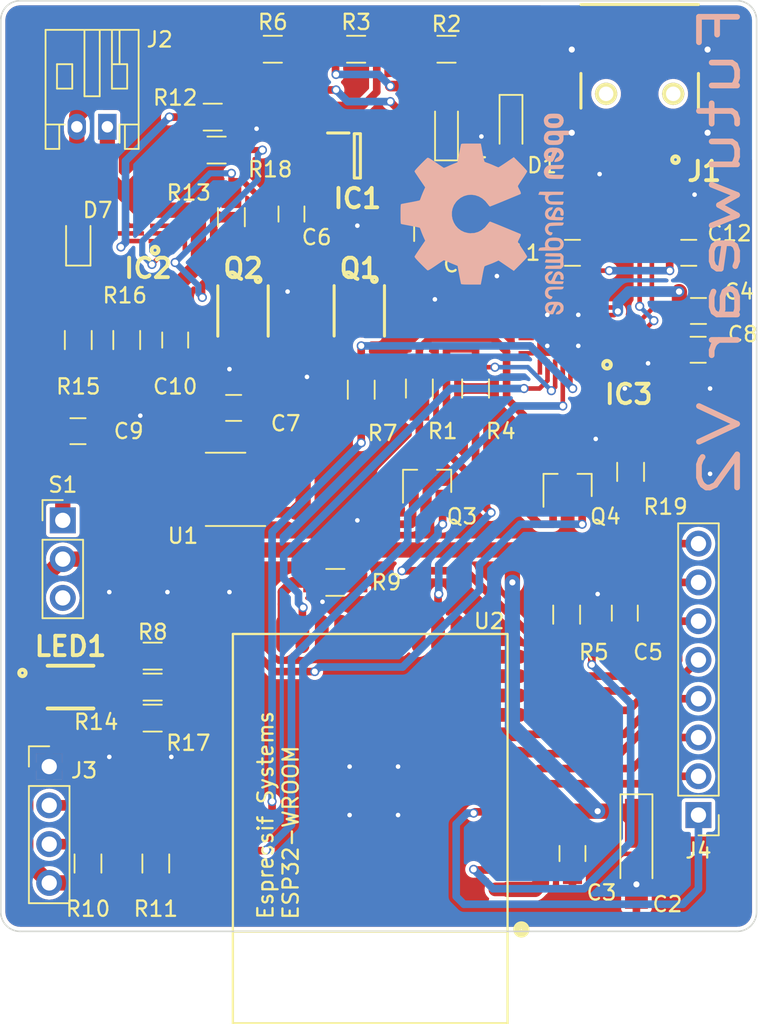
<source format=kicad_pcb>
(kicad_pcb (version 4) (host pcbnew 4.0.6)
  (title_block (title Alyvaate_FuturiceC) (date 2017-08-03) (rev 1) (company Protopaja) (comment 1 "Aalto University, Protopaja Futurice C.") (comment 2 "Drawn by Bruce Clayhills"))
  (layers (0 F.Cu signal) (31 B.Cu signal) (34 B.Paste user) (35 F.Paste user) (36 B.SilkS user) (37 F.SilkS user) (38 B.Mask user) (39 F.Mask user) (44 Edge.Cuts user))
  (net 0 "")
  (net 1 GND)
  (net 2 /DTR)
  (net 3 +BATT)
  (net 4 "Net-(C10-Pad1)")
  (net 5 /-BATT)
  (net 6 "Net-(D1-Pad1)")
  (net 7 "Net-(D5-Pad2)")
  (net 8 "Net-(D7-Pad1)")
  (net 9 "Net-(IC1-Pad1)")
  (net 10 "Net-(IC1-Pad5)")
  (net 11 "Net-(IC2-Pad2)")
  (net 12 "Net-(IC2-Pad3)")
  (net 13 "Net-(IC2-Pad6)")
  (net 14 "Net-(R9-Pad1)")
  (net 15 /SCL)
  (net 16 /SDA)
  (net 17 /RXD)
  (net 18 /CTS)
  (net 19 /IO13)
  (net 20 USB_IN)
  (net 21 +3V3)
  (net 22 /EN)
  (net 23 "Net-(C9-Pad1)")
  (net 24 D+)
  (net 25 D-)
  (net 26 "Net-(IC3-Pad26)")
  (net 27 "Net-(LED1-Pad4)")
  (net 28 "Net-(LED1-Pad5)")
  (net 29 "Net-(LED1-Pad6)")
  (net 30 "Net-(Q1-Pad5)")
  (net 31 "Net-(Q3-Pad1)")
  (net 32 "Net-(Q4-Pad1)")
  (net 33 /IO0)
  (net 34 /RXD0)
  (net 35 /GPIO18)
  (net 36 /GPIO17)
  (net 37 /GPIO16)
  (net 38 "Net-(IC2-Pad1)")
  (net 39 "Net-(IC3-Pad1)")
  (net 40 "Net-(IC3-Pad2)")
  (net 41 "Net-(IC3-Pad9)")
  (net 42 "Net-(IC3-Pad10)")
  (net 43 "Net-(IC3-Pad11)")
  (net 44 "Net-(IC3-Pad12)")
  (net 45 "Net-(IC3-Pad13)")
  (net 46 "Net-(IC3-Pad14)")
  (net 47 "Net-(IC3-Pad15)")
  (net 48 "Net-(IC3-Pad16)")
  (net 49 "Net-(IC3-Pad17)")
  (net 50 "Net-(IC3-Pad18)")
  (net 51 "Net-(IC3-Pad19)")
  (net 52 "Net-(IC3-Pad20)")
  (net 53 "Net-(IC3-Pad21)")
  (net 54 "Net-(IC3-Pad22)")
  (net 55 "Net-(IC3-Pad27)")
  (net 56 "Net-(J1-Pad4)")
  (net 57 /GPIO32)
  (net 58 /GPIO33)
  (net 59 /GPIO25)
  (net 60 /GPIO26)
  (net 61 /GPIO27)
  (net 62 /GPIO14)
  (net 63 "Net-(U1-Pad3)")
  (net 64 "Net-(U2-Pad37)")
  (net 65 "Net-(U2-Pad32)")
  (net 66 "Net-(U2-Pad31)")
  (net 67 "Net-(U2-Pad29)")
  (net 68 "Net-(U2-Pad26)")
  (net 69 "Net-(U2-Pad22)")
  (net 70 "Net-(U2-Pad21)")
  (net 71 "Net-(U2-Pad20)")
  (net 72 "Net-(U2-Pad19)")
  (net 73 "Net-(U2-Pad18)")
  (net 74 "Net-(U2-Pad17)")
  (net 75 "Net-(U2-Pad15)")
  (net 76 "Net-(U2-Pad14)")
  (net 77 "Net-(U2-Pad5)")
  (net 78 "Net-(U2-Pad4)")
  (net 79 /GPIO34)
  (net 80 /GPIO35)
  (net 81 "Net-(S1-Pad3)")
  (module MCP73831T-2ATI_OT:SOT95P270X145-5N (layer F.Cu) (at 140.208 69.85)
    (fp_text reference IC1 (at 0 2.794) (layer F.SilkS) (effects (font (size 1.27 1.27) (thickness 0.254))))
    (fp_text value MCP73831T-2ATI_OT hide)
    (pad 1 smd rect (at -1.25 -0.95 90) (size 0.6 1.4) (layers F.Cu F.Paste F.Mask) (net 9 "Net-(IC1-Pad1)"))
    (pad 2 smd rect (at -1.25 0 90) (size 0.6 1.4) (layers F.Cu F.Paste F.Mask) (net 1 GND))
    (pad 3 smd rect (at -1.25 0.95 90) (size 0.6 1.4) (layers F.Cu F.Paste F.Mask) (net 3 +BATT))
    (pad 4 smd rect (at 1.25 0.95 90) (size 0.6 1.4) (layers F.Cu F.Paste F.Mask) (net 20 USB_IN))
    (pad 5 smd rect (at 1.25 -0.95 90) (size 0.6 1.4) (layers F.Cu F.Paste F.Mask) (net 10 "Net-(IC1-Pad5)"))
  )
  (module "BQ29702DSER:DSE_(S-PWSON-N6)" (layer F.Cu) (at 126.425 74.93 90)
    (fp_text reference IC2 (at -2.286 0.067 180) (layer F.SilkS) (effects (font (size 1.27 1.27) (thickness 0.254))))
    (fp_text value BQ29733DSER hide)
    (pad 1 smd rect (at -0.5 0.525 90) (size 0.28 0.85) (layers F.Cu F.Paste F.Mask) (net 38 "Net-(IC2-Pad1)"))
    (pad 2 smd rect (at 0 0.575 90) (size 0.28 0.75) (layers F.Cu F.Paste F.Mask) (net 11 "Net-(IC2-Pad2)"))
    (pad 3 smd rect (at 0.5 0.575 90) (size 0.28 0.75) (layers F.Cu F.Paste F.Mask) (net 12 "Net-(IC2-Pad3)"))
    (pad 6 smd rect (at -0.5 -0.575 90) (size 0.28 0.75) (layers F.Cu F.Paste F.Mask) (net 13 "Net-(IC2-Pad6)"))
    (pad 5 smd rect (at 0 -0.575 90) (size 0.28 0.75) (layers F.Cu F.Paste F.Mask) (net 4 "Net-(C10-Pad1)"))
    (pad 4 smd rect (at 0.5 -0.575 90) (size 0.28 0.75) (layers F.Cu F.Paste F.Mask) (net 5 /-BATT))
  )
  (module Resistors_SMD:R_0805_HandSoldering (layer F.Cu) (at 130.73 67.31 180)
    (fp_text reference R12 (at 2.46 1.27 180) (layer F.SilkS))
    (fp_text value 2.2KΩ)
    (pad 1 smd rect (at -1.35 0 180) (size 1.5 1.3) (layers F.Cu F.Paste F.Mask) (net 1 GND))
    (pad 2 smd rect (at 1.35 0 180) (size 1.5 1.3) (layers F.Cu F.Paste F.Mask) (net 13 "Net-(IC2-Pad6)"))
  )
  (module VIA-0.6mm (layer F.Cu) (at 155.829 88.392 90)
    (fp_text reference REF** hide)
    (fp_text value VIA-0.6mm hide)
    (pad 1 thru_hole circle (at 0 0 90) (size 0.6 0.6) (drill 0.3) (layers *.Cu) (net 1 GND))
  )
  (module VIA-0.6mm (layer F.Cu) (at 162.306 72.39 90)
    (fp_text reference REF** hide)
    (fp_text value VIA-0.6mm hide)
    (pad 1 thru_hole circle (at 0 0 90) (size 0.6 0.6) (drill 0.3) (layers *.Cu) (net 1 GND))
  )
  (module VIA-0.6mm (layer F.Cu) (at 140.208 74.422 90)
    (fp_text reference REF** hide)
    (fp_text value VIA-0.6mm hide)
    (pad 1 thru_hole circle (at 0 0 90) (size 0.6 0.6) (drill 0.3) (layers *.Cu) (net 1 GND))
  )
  (module VIA-0.6mm (layer F.Cu) (at 154.686 82.296 90)
    (fp_text reference REF** hide)
    (fp_text value VIA-0.6mm hide)
    (pad 1 thru_hole circle (at 0 0 90) (size 0.6 0.6) (drill 0.3) (layers *.Cu) (net 1 GND))
  )
  (module VIA-0.6mm (layer F.Cu) (at 154.686 80.264 90)
    (fp_text reference REF** hide)
    (fp_text value VIA-0.6mm hide)
    (pad 1 thru_hole circle (at 0 0 90) (size 0.6 0.6) (drill 0.3) (layers *.Cu) (net 1 GND))
  )
  (module VIA-0.6mm (layer F.Cu) (at 152.654 80.264 90)
    (fp_text reference REF** hide)
    (fp_text value VIA-0.6mm hide)
    (pad 1 thru_hole circle (at 0 0 90) (size 0.6 0.6) (drill 0.3) (layers *.Cu) (net 1 GND))
  )
  (module CSD17575Q3:CSD16327 (layer F.Cu) (at 140.335 80.001 180)
    (fp_text reference Q1 (at 0 2.785 180) (layer F.SilkS) (effects (font (size 1.27 1.27) (thickness 0.254))))
    (fp_text value CSD17575Q3 hide)
    (pad 1 smd rect (at -0.975 1.435 180) (size 0.43 0.63) (layers F.Cu F.Paste F.Mask) (net 1 GND))
    (pad 2 smd rect (at -0.325 1.435 180) (size 0.43 0.63) (layers F.Cu F.Paste F.Mask) (net 1 GND))
    (pad 3 smd rect (at 0.325 1.435 180) (size 0.43 0.63) (layers F.Cu F.Paste F.Mask) (net 1 GND))
    (pad 4 smd rect (at 0.975 1.435 180) (size 0.43 0.63) (layers F.Cu F.Paste F.Mask) (net 11 "Net-(IC2-Pad2)"))
    (pad 5 smd rect (at 0.975 -1.545 270) (size 0.41 0.5) (layers F.Cu F.Paste F.Mask) (net 30 "Net-(Q1-Pad5)"))
    (pad 6 smd rect (at 0.325 -1.545 270) (size 0.41 0.5) (layers F.Cu F.Paste F.Mask) (net 30 "Net-(Q1-Pad5)"))
    (pad 7 smd rect (at -0.325 -1.545 270) (size 0.41 0.5) (layers F.Cu F.Paste F.Mask) (net 30 "Net-(Q1-Pad5)"))
    (pad 8 smd rect (at -0.975 -1.545 270) (size 0.41 0.5) (layers F.Cu F.Paste F.Mask) (net 30 "Net-(Q1-Pad5)"))
    (pad 9 smd rect (at 0 -0.39 270) (size 1.9 2.45) (layers F.Cu F.Paste F.Mask) (net 30 "Net-(Q1-Pad5)"))
  )
  (module CSD17575Q3:CSD16327 (layer F.Cu) (at 132.715 80.01 180)
    (fp_text reference Q2 (at 0 2.794 180) (layer F.SilkS) (effects (font (size 1.27 1.27) (thickness 0.254))))
    (fp_text value CSD17575Q3 hide)
    (pad 5 smd rect (at 0.975 -1.545 270) (size 0.41 0.5) (layers F.Cu F.Paste F.Mask) (net 30 "Net-(Q1-Pad5)"))
    (pad 6 smd rect (at 0.325 -1.545 270) (size 0.41 0.5) (layers F.Cu F.Paste F.Mask) (net 30 "Net-(Q1-Pad5)"))
    (pad 7 smd rect (at -0.325 -1.545 270) (size 0.41 0.5) (layers F.Cu F.Paste F.Mask) (net 30 "Net-(Q1-Pad5)"))
    (pad 8 smd rect (at -0.975 -1.545 270) (size 0.41 0.5) (layers F.Cu F.Paste F.Mask) (net 30 "Net-(Q1-Pad5)"))
    (pad 9 smd rect (at 0 -0.39 270) (size 1.9 2.45) (layers F.Cu F.Paste F.Mask) (net 30 "Net-(Q1-Pad5)"))
    (pad 4 smd rect (at 0.975 1.435 180) (size 0.43 0.63) (layers F.Cu F.Paste F.Mask) (net 12 "Net-(IC2-Pad3)"))
    (pad 1 smd rect (at -0.975 1.435 180) (size 0.43 0.63) (layers F.Cu F.Paste F.Mask) (net 5 /-BATT))
    (pad 3 smd rect (at 0.325 1.435 180) (size 0.43 0.63) (layers F.Cu F.Paste F.Mask) (net 5 /-BATT))
    (pad 2 smd rect (at -0.325 1.435 180) (size 0.43 0.63) (layers F.Cu F.Paste F.Mask) (net 5 /-BATT))
  )
  (module VIA-0.6mm (layer F.Cu) (at 131.826 98.425 90)
    (fp_text reference REF** hide)
    (fp_text value VIA-0.6mm hide)
    (pad 1 thru_hole circle (at 0 0 90) (size 0.6 0.6) (drill 0.3) (layers *.Cu) (net 1 GND))
  )
  (module VIA-0.6mm (layer F.Cu) (at 131.826 83.82 90)
    (fp_text reference REF** hide)
    (fp_text value VIA-0.6mm hide)
    (pad 1 thru_hole circle (at 0 0 90) (size 0.6 0.6) (drill 0.3) (layers *.Cu) (net 1 GND))
  )
  (module VIA-0.6mm (layer F.Cu) (at 136.906 84.328 90)
    (fp_text reference REF** hide)
    (fp_text value VIA-0.6mm hide)
    (pad 1 thru_hole circle (at 0 0 90) (size 0.6 0.6) (drill 0.3) (layers *.Cu) (net 1 GND))
  )
  (module VIA-0.6mm (layer F.Cu) (at 156.083 71.0438 90)
    (fp_text reference REF** hide)
    (fp_text value VIA-0.6mm hide)
    (pad 1 thru_hole circle (at 0 0 90) (size 0.6 0.6) (drill 0.3) (layers *.Cu) (net 1 GND))
  )
  (module VIA-0.6mm (layer F.Cu) (at 128.016 109.22 90)
    (fp_text reference REF** hide)
    (fp_text value VIA-0.6mm hide)
    (pad 1 thru_hole circle (at 0 0 90) (size 0.6 0.6) (drill 0.3) (layers *.Cu) (net 1 GND))
  )
  (module VIA-0.6mm (layer F.Cu) (at 137.922 99.06 90)
    (fp_text reference REF** hide)
    (fp_text value VIA-0.6mm hide)
    (pad 1 thru_hole circle (at 0 0 90) (size 0.6 0.6) (drill 0.3) (layers *.Cu) (net 1 GND))
  )
  (module VIA-0.6mm (layer F.Cu) (at 140.208 93.726 90)
    (fp_text reference REF** hide)
    (fp_text value VIA-0.6mm hide)
    (pad 1 thru_hole circle (at 0 0 90) (size 0.6 0.6) (drill 0.3) (layers *.Cu) (net 1 GND))
  )
  (module VIA-0.6mm (layer F.Cu) (at 159.258 83.439 90)
    (fp_text reference REF** hide)
    (fp_text value VIA-0.6mm hide)
    (pad 1 thru_hole circle (at 0 0 90) (size 0.6 0.6) (drill 0.3) (layers *.Cu) (net 1 GND))
  )
  (module VIA-0.6mm (layer F.Cu) (at 163.322 90.678 90)
    (fp_text reference REF** hide)
    (fp_text value VIA-0.6mm hide)
    (pad 1 thru_hole circle (at 0 0 90) (size 0.6 0.6) (drill 0.3) (layers *.Cu) (net 1 GND))
  )
  (module VIA-0.6mm (layer F.Cu) (at 133.604 68.072 90)
    (fp_text reference REF** hide)
    (fp_text value VIA-0.6mm hide)
    (pad 1 thru_hole circle (at 0 0 90) (size 0.6 0.6) (drill 0.3) (layers *.Cu) (net 1 GND))
  )
  (module VIA-0.6mm (layer F.Cu) (at 135.636 78.74 90)
    (fp_text reference REF** hide)
    (fp_text value VIA-0.6mm hide)
    (pad 1 thru_hole circle (at 0 0 90) (size 0.6 0.6) (drill 0.3) (layers *.Cu) (net 1 GND))
  )
  (module VIA-0.6mm (layer F.Cu) (at 152.654 82.296 90)
    (fp_text reference REF** hide)
    (fp_text value VIA-0.6mm hide)
    (pad 1 thru_hole circle (at 0 0 90) (size 0.6 0.6) (drill 0.3) (layers *.Cu) (net 1 GND))
  )
  (module ESP32-footprints-Lib:ESP32-WROOM (layer F.Cu) (at 141.051 113.919)
    (fp_text reference U2 (at 7.793 -13.589) (layer F.SilkS))
    (fp_text value ESP32-WROOM)
    (fp_text user "Espressif Systems" (at -6.858 -0.889 90) (layer F.SilkS))
    (fp_text user ESP32-WROOM (at -5.207 0.254 90) (layer F.SilkS))
    (pad 38 smd oval (at -9 5.25) (size 2.5 0.9) (layers F.Cu F.Paste F.Mask) (net 1 GND))
    (pad 37 smd oval (at -9 3.98) (size 2.5 0.9) (layers F.Cu F.Paste F.Mask) (net 64 "Net-(U2-Pad37)"))
    (pad 36 smd oval (at -9 2.71) (size 2.5 0.9) (layers F.Cu F.Paste F.Mask) (net 15 /SCL))
    (pad 35 smd oval (at -9 1.44) (size 2.5 0.9) (layers F.Cu F.Paste F.Mask) (net 17 /RXD))
    (pad 34 smd oval (at -9 0.17) (size 2.5 0.9) (layers F.Cu F.Paste F.Mask) (net 34 /RXD0))
    (pad 33 smd oval (at -9 -1.1) (size 2.5 0.9) (layers F.Cu F.Paste F.Mask) (net 16 /SDA))
    (pad 32 smd oval (at -9 -2.37) (size 2.5 0.9) (layers F.Cu F.Paste F.Mask) (net 65 "Net-(U2-Pad32)"))
    (pad 31 smd oval (at -9 -3.64) (size 2.5 0.9) (layers F.Cu F.Paste F.Mask) (net 66 "Net-(U2-Pad31)"))
    (pad 30 smd oval (at -9 -4.91) (size 2.5 0.9) (layers F.Cu F.Paste F.Mask) (net 35 /GPIO18))
    (pad 29 smd oval (at -9 -6.18) (size 2.5 0.9) (layers F.Cu F.Paste F.Mask) (net 67 "Net-(U2-Pad29)"))
    (pad 28 smd oval (at -9 -7.45) (size 2.5 0.9) (layers F.Cu F.Paste F.Mask) (net 36 /GPIO17))
    (pad 27 smd oval (at -9 -8.72) (size 2.5 0.9) (layers F.Cu F.Paste F.Mask) (net 37 /GPIO16))
    (pad 26 smd oval (at -9 -9.99) (size 2.5 0.9) (layers F.Cu F.Paste F.Mask) (net 68 "Net-(U2-Pad26)"))
    (pad 25 smd oval (at -9 -11.26) (size 2.5 0.9) (layers F.Cu F.Paste F.Mask) (net 33 /IO0))
    (pad 24 smd oval (at -5.715 -12.75) (size 0.9 2.5) (layers F.Cu F.Paste F.Mask) (net 14 "Net-(R9-Pad1)"))
    (pad 23 smd oval (at -4.445 -12.75) (size 0.9 2.5) (layers F.Cu F.Paste F.Mask) (net 18 /CTS))
    (pad 22 smd oval (at -3.175 -12.75) (size 0.9 2.5) (layers F.Cu F.Paste F.Mask) (net 69 "Net-(U2-Pad22)"))
    (pad 21 smd oval (at -1.905 -12.75) (size 0.9 2.5) (layers F.Cu F.Paste F.Mask) (net 70 "Net-(U2-Pad21)"))
    (pad 20 smd oval (at -0.635 -12.75) (size 0.9 2.5) (layers F.Cu F.Paste F.Mask) (net 71 "Net-(U2-Pad20)"))
    (pad 19 smd oval (at 0.635 -12.75) (size 0.9 2.5) (layers F.Cu F.Paste F.Mask) (net 72 "Net-(U2-Pad19)"))
    (pad 18 smd oval (at 1.905 -12.75) (size 0.9 2.5) (layers F.Cu F.Paste F.Mask) (net 73 "Net-(U2-Pad18)"))
    (pad 17 smd oval (at 3.175 -12.75) (size 0.9 2.5) (layers F.Cu F.Paste F.Mask) (net 74 "Net-(U2-Pad17)"))
    (pad 16 smd oval (at 4.445 -12.75) (size 0.9 2.5) (layers F.Cu F.Paste F.Mask) (net 19 /IO13))
    (pad 15 smd oval (at 5.715 -12.75) (size 0.9 2.5) (layers F.Cu F.Paste F.Mask) (net 75 "Net-(U2-Pad15)"))
    (pad 14 smd oval (at 9 -11.26) (size 2.5 0.9) (layers F.Cu F.Paste F.Mask) (net 76 "Net-(U2-Pad14)"))
    (pad 13 smd oval (at 9 -9.99) (size 2.5 0.9) (layers F.Cu F.Paste F.Mask) (net 62 /GPIO14))
    (pad 12 smd oval (at 9 -8.72) (size 2.5 0.9) (layers F.Cu F.Paste F.Mask) (net 61 /GPIO27))
    (pad 11 smd oval (at 9 -7.45) (size 2.5 0.9) (layers F.Cu F.Paste F.Mask) (net 60 /GPIO26))
    (pad 10 smd oval (at 9 -6.18) (size 2.5 0.9) (layers F.Cu F.Paste F.Mask) (net 59 /GPIO25))
    (pad 9 smd oval (at 9 -4.91) (size 2.5 0.9) (layers F.Cu F.Paste F.Mask) (net 58 /GPIO33))
    (pad 8 smd oval (at 9 -3.64) (size 2.5 0.9) (layers F.Cu F.Paste F.Mask) (net 57 /GPIO32))
    (pad 7 smd oval (at 9 -2.37) (size 2.5 0.9) (layers F.Cu F.Paste F.Mask) (net 80 /GPIO35))
    (pad 6 smd oval (at 9 -1.1) (size 2.5 0.9) (layers F.Cu F.Paste F.Mask) (net 79 /GPIO34))
    (pad 5 smd oval (at 9 0.17) (size 2.5 0.9) (layers F.Cu F.Paste F.Mask) (net 77 "Net-(U2-Pad5)"))
    (pad 4 smd oval (at 9 1.44) (size 2.5 0.9) (layers F.Cu F.Paste F.Mask) (net 78 "Net-(U2-Pad4)"))
    (pad 3 smd oval (at 9 2.71) (size 2.5 0.9) (layers F.Cu F.Paste F.Mask) (net 22 /EN))
    (pad 2 smd oval (at 9 3.98) (size 2.5 0.9) (layers F.Cu F.Paste F.Mask) (net 21 +3V3))
    (pad 1 smd oval (at 9 5.25) (size 2.5 0.9) (layers F.Cu F.Paste F.Mask) (net 1 GND))
    (pad 39 smd rect (at 0.3 -2.45) (size 6 6) (layers F.Cu F.Paste F.Mask) (net 1 GND))
  )
  (module VIA-0.6mm (layer F.Cu) (at 148.336 68.58 90)
    (fp_text reference REF** hide)
    (fp_text value VIA-0.6mm hide)
    (pad 1 thru_hole circle (at 0 0 90) (size 0.6 0.6) (drill 0.3) (layers *.Cu) (net 1 GND))
  )
  (module VIA-0.6mm (layer F.Cu) (at 123.952 109.22 90)
    (fp_text reference REF** hide)
    (fp_text value VIA-0.6mm hide)
    (pad 1 thru_hole circle (at 0 0 90) (size 0.6 0.6) (drill 0.3) (layers *.Cu) (net 1 GND))
  )
  (module VIA-0.6mm (layer F.Cu) (at 142.875 113.03 90)
    (fp_text reference REF** hide)
    (fp_text value VIA-0.6mm hide)
    (pad 1 thru_hole circle (at 0 0 90) (size 0.6 0.6) (drill 0.3) (layers *.Cu) (net 1 GND))
  )
  (module VIA-0.6mm (layer F.Cu) (at 139.7 113.03 90)
    (fp_text reference REF** hide)
    (fp_text value VIA-0.6mm hide)
    (pad 1 thru_hole circle (at 0 0 90) (size 0.6 0.6) (drill 0.3) (layers *.Cu) (net 1 GND))
  )
  (module VIA-0.6mm (layer F.Cu) (at 142.875 109.855 90)
    (fp_text reference REF** hide)
    (fp_text value VIA-0.6mm hide)
    (pad 1 thru_hole circle (at 0 0 90) (size 0.6 0.6) (drill 0.3) (layers *.Cu) (net 1 GND))
  )
  (module VIA-0.6mm (layer F.Cu) (at 139.7 109.855 90)
    (fp_text reference REF** hide)
    (fp_text value VIA-0.6mm hide)
    (pad 1 thru_hole circle (at 0 0 90) (size 0.6 0.6) (drill 0.3) (layers *.Cu) (net 1 GND))
  )
  (module VIA-0.6mm (layer F.Cu) (at 127.762 98.425 90)
    (fp_text reference REF** hide)
    (fp_text value VIA-0.6mm hide)
    (pad 1 thru_hole circle (at 0 0 90) (size 0.6 0.6) (drill 0.3) (layers *.Cu) (net 1 GND))
  )
  (module VIA-0.6mm (layer F.Cu) (at 123.952 98.425 90)
    (fp_text reference REF** hide)
    (fp_text value VIA-0.6mm hide)
    (pad 1 thru_hole circle (at 0 0 90) (size 0.6 0.6) (drill 0.3) (layers *.Cu) (net 1 GND))
  )
  (module VIA-0.6mm (layer F.Cu) (at 125.984 86.868 90)
    (fp_text reference REF** hide)
    (fp_text value VIA-0.6mm hide)
    (pad 1 thru_hole circle (at 0 0 90) (size 0.6 0.6) (drill 0.3) (layers *.Cu) (net 1 GND))
  )
  (module VIA-0.6mm (layer F.Cu) (at 149.352 77.724 90)
    (fp_text reference REF** hide)
    (fp_text value VIA-0.6mm hide)
    (pad 1 thru_hole circle (at 0 0 90) (size 0.6 0.6) (drill 0.3) (layers *.Cu) (net 1 GND))
  )
  (module VIA-0.6mm (layer F.Cu) (at 145.288 79.248 90)
    (fp_text reference REF** hide)
    (fp_text value VIA-0.6mm hide)
    (pad 1 thru_hole circle (at 0 0 90) (size 0.6 0.6) (drill 0.3) (layers *.Cu) (net 1 GND))
  )
  (module VIA-0.6mm (layer F.Cu) (at 157.734 85.09 90)
    (fp_text reference REF** hide)
    (fp_text value VIA-0.6mm hide)
    (pad 1 thru_hole circle (at 0 0 90) (size 0.6 0.6) (drill 0.3) (layers *.Cu) (net 1 GND))
  )
  (module VIA-0.6mm (layer F.Cu) (at 163.322 85.09 90)
    (fp_text reference REF** hide)
    (fp_text value VIA-0.6mm hide)
    (pad 1 thru_hole circle (at 0 0 90) (size 0.6 0.6) (drill 0.3) (layers *.Cu) (net 1 GND))
  )
  (module VIA-0.6mm (layer F.Cu) (at 155.956 98.552 90)
    (fp_text reference REF** hide)
    (fp_text value VIA-0.6mm hide)
    (pad 1 thru_hole circle (at 0 0 90) (size 0.6 0.6) (drill 0.3) (layers *.Cu) (net 1 GND))
  )
  (module Pin_Headers:Pin_Header_Straight_1x08_Pitch2.54mm (layer F.Cu) (at 162.56 113.03 180)
    (fp_text reference J4 (at 0 -2.33 180) (layer F.SilkS))
    (fp_text value CONN_01X08)
    (pad 1 thru_hole rect (at 0 0 180) (size 1.7 1.7) (drill 1) (layers *.Cu *.Mask) (net 79 /GPIO34))
    (pad 2 thru_hole oval (at 0 2.54 180) (size 1.7 1.7) (drill 1) (layers *.Cu *.Mask) (net 80 /GPIO35))
    (pad 3 thru_hole oval (at 0 5.08 180) (size 1.7 1.7) (drill 1) (layers *.Cu *.Mask) (net 57 /GPIO32))
    (pad 4 thru_hole oval (at 0 7.62 180) (size 1.7 1.7) (drill 1) (layers *.Cu *.Mask) (net 58 /GPIO33))
    (pad 5 thru_hole oval (at 0 10.16 180) (size 1.7 1.7) (drill 1) (layers *.Cu *.Mask) (net 59 /GPIO25))
    (pad 6 thru_hole oval (at 0 12.7 180) (size 1.7 1.7) (drill 1) (layers *.Cu *.Mask) (net 60 /GPIO26))
    (pad 7 thru_hole oval (at 0 15.24 180) (size 1.7 1.7) (drill 1) (layers *.Cu *.Mask) (net 61 /GPIO27))
    (pad 8 thru_hole oval (at 0 17.78 180) (size 1.7 1.7) (drill 1) (layers *.Cu *.Mask) (net 62 /GPIO14))
  )
  (module Diodes_SMD:D_0805 (layer F.Cu) (at 121.92 75.438 90)
    (fp_text reference D7 (at 2.032 1.27 180) (layer F.SilkS))
    (fp_text value D)
    (pad 1 smd rect (at -1.05 0 90) (size 0.8 0.9) (layers F.Cu F.Paste F.Mask) (net 8 "Net-(D7-Pad1)"))
    (pad 2 smd rect (at 1.05 0 90) (size 0.8 0.9) (layers F.Cu F.Paste F.Mask) (net 3 +BATT))
  )
  (module Connectors_JST:JST_PH_S2B-PH-K_02x2.00mm_Angled (layer F.Cu) (at 123.825 67.945 180)
    (fp_text reference J2 (at -3.429 5.715 180) (layer F.SilkS))
    (fp_text value "B2B-PH-K-S(LF)(SN)")
    (pad 1 thru_hole rect (at 0 0 180) (size 1.2 1.7) (drill 0.75) (layers *.Cu *.Mask) (net 5 /-BATT))
    (pad 2 thru_hole oval (at 2 0 180) (size 1.2 1.7) (drill 0.75) (layers *.Cu *.Mask) (net 3 +BATT))
  )
  (module Symbols:OSHW-Logo2_14.6x12mm_SilkScreen (layer B.Cu) (at 148.59 73.66 270)
    (fp_text reference REF*** hide)
    (fp_text value OSHW-Logo2_14.6x12mm_SilkScreen hide)
  )
  (module TO_SOT_Packages_SMD:SOT89-5_Housing_Handsoldering (layer F.Cu) (at 131.572 91.694 180)
    (fp_text reference U1 (at 2.794 -3.048 180) (layer F.SilkS))
    (fp_text value XC6210B332PR)
    (pad 2 smd trapezoid (at 0.78 0 90) (size 1.5 0.75) (rect_delta 0 0.5) (layers F.Cu F.Paste F.Mask) (net 1 GND))
    (pad 5 smd rect (at 2.35 -1.5 90) (size 0.7 2.5) (layers F.Cu F.Paste F.Mask) (net 23 "Net-(C9-Pad1)"))
    (pad 4 smd rect (at 2.35 1.5 90) (size 0.7 2.5) (layers F.Cu F.Paste F.Mask) (net 3 +BATT))
    (pad 1 smd rect (at -2.35 -1.5 90) (size 0.7 2.5) (layers F.Cu F.Paste F.Mask) (net 3 +BATT))
    (pad 2 smd rect (at -2.35 0 90) (size 1 2.5) (layers F.Cu F.Paste F.Mask) (net 1 GND))
    (pad 3 smd rect (at -2.35 1.5 90) (size 0.7 2.5) (layers F.Cu F.Paste F.Mask) (net 63 "Net-(U1-Pad3)"))
    (pad 2 smd rect (at 2.35 0 90) (size 1 2.5) (layers F.Cu F.Paste F.Mask) (net 1 GND))
    (pad 2 smd trapezoid (at -0.78 0 270) (size 1.5 0.75) (rect_delta 0 0.5) (layers F.Cu F.Paste F.Mask) (net 1 GND))
    (pad 2 smd rect (at 0 0 90) (size 2 0.8) (layers F.Cu F.Paste F.Mask) (net 1 GND))
  )
  (module Resistors_SMD:R_0805_HandSoldering (layer F.Cu) (at 144.272 85.09 270)
    (fp_text reference R1 (at 2.794 -1.524 360) (layer F.SilkS))
    (fp_text value 12KΩ)
    (pad 1 smd rect (at -1.35 0 270) (size 1.5 1.3) (layers F.Cu F.Paste F.Mask) (net 2 /DTR))
    (pad 2 smd rect (at 1.35 0 270) (size 1.5 1.3) (layers F.Cu F.Paste F.Mask) (net 31 "Net-(Q3-Pad1)"))
  )
  (module 10033526-N3212MLF:10033526-XXX1XX (layer F.Cu) (at 158.709 69.136 180)
    (fp_text reference J1 (at -4.232 -1.73 180) (layer F.SilkS) (effects (font (size 1.27 1.27) (thickness 0.254))))
    (fp_text value USB_OTG hide)
    (pad 1 smd rect (at -1.6 0.675 180) (size 0.5 2.25) (layers F.Cu F.Paste F.Mask) (net 20 USB_IN))
    (pad 2 smd rect (at -0.8 0.675 180) (size 0.5 2.25) (layers F.Cu F.Paste F.Mask) (net 25 D-))
    (pad 3 smd rect (at 0 0.675 180) (size 0.5 2.25) (layers F.Cu F.Paste F.Mask) (net 24 D+))
    (pad 4 smd rect (at 0.8 0.675 180) (size 0.5 2.25) (layers F.Cu F.Paste F.Mask) (net 56 "Net-(J1-Pad4)"))
    (pad 5 smd rect (at 1.6 0.675 180) (size 0.5 2.25) (layers F.Cu F.Paste F.Mask) (net 1 GND))
    (pad 6 smd rect (at 4.45 0.8 180) (size 2 2.5) (layers F.Cu F.Paste F.Mask) (net 1 GND))
    (pad 7 smd rect (at 4.45 6.25 180) (size 2 2.5) (layers F.Cu F.Paste F.Mask) (net 1 GND))
    (pad 8 smd rect (at -4.45 6.25 180) (size 2 2.5) (layers F.Cu F.Paste F.Mask) (net 1 GND))
    (pad 9 smd rect (at -4.45 0.8 180) (size 2 2.5) (layers F.Cu F.Paste F.Mask) (net 1 GND))
    (pad 10 thru_hole circle (at -2.2 3.35 270) (size 1.45 1.45) (drill 0.95) (layers *.Cu *.Mask F.SilkS))
    (pad 11 thru_hole circle (at 2.2 3.35 270) (size 1.45 1.45) (drill 0.95) (layers *.Cu *.Mask F.SilkS))
  )
  (module Capacitors_SMD:C_0805_HandSoldering (layer F.Cu) (at 144.78 74.93 270)
    (fp_text reference C1 (at 2.032 -2.032 360) (layer F.SilkS))
    (fp_text value 10uF)
    (pad 1 smd rect (at -1.25 0 270) (size 1.5 1.25) (layers F.Cu F.Paste F.Mask) (net 20 USB_IN))
    (pad 2 smd rect (at 1.25 0 270) (size 1.5 1.25) (layers F.Cu F.Paste F.Mask) (net 1 GND))
  )
  (module Capacitors_Tantalum_SMD:CP_Tantalum_Case-A_EIA-3216-18_Hand (layer F.Cu) (at 158.496 115.57 270)
    (fp_text reference C2 (at 3.302 -2.032 360) (layer F.SilkS))
    (fp_text value 100uF-TTL)
    (pad 1 smd rect (at -2 0 270) (size 3.2 1.5) (layers F.Cu F.Paste F.Mask) (net 21 +3V3))
    (pad 2 smd rect (at 2 0 270) (size 3.2 1.5) (layers F.Cu F.Paste F.Mask) (net 1 GND))
  )
  (module Capacitors_SMD:C_0805_HandSoldering (layer F.Cu) (at 154.305 115.55 270)
    (fp_text reference C3 (at 2.56 -1.905 360) (layer F.SilkS))
    (fp_text value 1uF)
    (pad 1 smd rect (at -1.25 0 270) (size 1.5 1.25) (layers F.Cu F.Paste F.Mask) (net 21 +3V3))
    (pad 2 smd rect (at 1.25 0 270) (size 1.5 1.25) (layers F.Cu F.Paste F.Mask) (net 1 GND))
  )
  (module Capacitors_SMD:C_0805_HandSoldering (layer F.Cu) (at 162.56 80.01)
    (fp_text reference C4 (at 2.667 -1.27) (layer F.SilkS))
    (fp_text value 10uF)
    (pad 1 smd rect (at -1.25 0) (size 1.5 1.25) (layers F.Cu F.Paste F.Mask) (net 21 +3V3))
    (pad 2 smd rect (at 1.25 0) (size 1.5 1.25) (layers F.Cu F.Paste F.Mask) (net 1 GND))
  )
  (module Capacitors_SMD:C_0805_HandSoldering (layer F.Cu) (at 157.734 99.802 90)
    (fp_text reference C5 (at -2.56 1.524 180) (layer F.SilkS))
    (fp_text value 1nF)
    (pad 1 smd rect (at -1.25 0 90) (size 1.5 1.25) (layers F.Cu F.Paste F.Mask) (net 22 /EN))
    (pad 2 smd rect (at 1.25 0 90) (size 1.5 1.25) (layers F.Cu F.Paste F.Mask) (net 1 GND))
  )
  (module Capacitors_SMD:C_0805_HandSoldering (layer F.Cu) (at 135.89 73.66 270)
    (fp_text reference C6 (at 1.524 -1.651 360) (layer F.SilkS))
    (fp_text value 10uF)
    (pad 1 smd rect (at -1.25 0 270) (size 1.5 1.25) (layers F.Cu F.Paste F.Mask) (net 3 +BATT))
    (pad 2 smd rect (at 1.25 0 270) (size 1.5 1.25) (layers F.Cu F.Paste F.Mask) (net 1 GND))
  )
  (module Capacitors_SMD:C_0805_HandSoldering (layer F.Cu) (at 132.1 86.36)
    (fp_text reference C7 (at 3.409 1.016) (layer F.SilkS))
    (fp_text value 1uF)
    (pad 1 smd rect (at -1.25 0) (size 1.5 1.25) (layers F.Cu F.Paste F.Mask) (net 3 +BATT))
    (pad 2 smd rect (at 1.25 0) (size 1.5 1.25) (layers F.Cu F.Paste F.Mask) (net 1 GND))
  )
  (module Capacitors_SMD:C_0805_HandSoldering (layer F.Cu) (at 162.54 82.55)
    (fp_text reference C8 (at 2.921 -1.016) (layer F.SilkS))
    (fp_text value 0.1uF)
    (pad 1 smd rect (at -1.25 0) (size 1.5 1.25) (layers F.Cu F.Paste F.Mask) (net 21 +3V3))
    (pad 2 smd rect (at 1.25 0) (size 1.5 1.25) (layers F.Cu F.Paste F.Mask) (net 1 GND))
  )
  (module Capacitors_SMD:C_0805_HandSoldering (layer F.Cu) (at 121.9 87.884)
    (fp_text reference C9 (at 3.322 0) (layer F.SilkS))
    (fp_text value 2uF)
    (pad 1 smd rect (at -1.25 0) (size 1.5 1.25) (layers F.Cu F.Paste F.Mask) (net 23 "Net-(C9-Pad1)"))
    (pad 2 smd rect (at 1.25 0) (size 1.5 1.25) (layers F.Cu F.Paste F.Mask) (net 1 GND))
  )
  (module Capacitors_SMD:C_0805_HandSoldering (layer F.Cu) (at 128.27 81.915 90)
    (fp_text reference C10 (at -3.048 0 180) (layer F.SilkS))
    (fp_text value 0.1uF)
    (pad 1 smd rect (at -1.25 0 90) (size 1.5 1.25) (layers F.Cu F.Paste F.Mask) (net 4 "Net-(C10-Pad1)"))
    (pad 2 smd rect (at 1.25 0 90) (size 1.5 1.25) (layers F.Cu F.Paste F.Mask) (net 5 /-BATT))
  )
  (module Capacitors_SMD:C_0805_HandSoldering (layer F.Cu) (at 154.305 76.2 180)
    (fp_text reference C11 (at 3.556 0 180) (layer F.SilkS))
    (fp_text value 10uF)
    (pad 1 smd rect (at -1.25 0 180) (size 1.5 1.25) (layers F.Cu F.Paste F.Mask) (net 20 USB_IN))
    (pad 2 smd rect (at 1.25 0 180) (size 1.5 1.25) (layers F.Cu F.Paste F.Mask) (net 1 GND))
  )
  (module Capacitors_SMD:C_0805_HandSoldering (layer F.Cu) (at 161.925 76.2)
    (fp_text reference C12 (at 2.667 -1.27) (layer F.SilkS))
    (fp_text value 0.1uF)
    (pad 1 smd rect (at -1.25 0) (size 1.5 1.25) (layers F.Cu F.Paste F.Mask) (net 20 USB_IN))
    (pad 2 smd rect (at 1.25 0) (size 1.5 1.25) (layers F.Cu F.Paste F.Mask) (net 1 GND))
  )
  (module LEDs:LED_0805_HandSoldering (layer F.Cu) (at 150.27656 68.05676 270)
    (fp_text reference D1 (at 2.413 -2.032 360) (layer F.SilkS))
    (fp_text value LED)
    (pad 1 smd rect (at -1.35 0 270) (size 1.5 1.3) (layers F.Cu F.Paste F.Mask) (net 6 "Net-(D1-Pad1)"))
    (pad 2 smd rect (at 1.35 0 270) (size 1.5 1.3) (layers F.Cu F.Paste F.Mask) (net 20 USB_IN))
  )
  (module LEDs:LED_0805_HandSoldering (layer F.Cu) (at 146.05 67.945 90)
    (fp_text reference D5 (at -2.54 1.778 180) (layer F.SilkS))
    (fp_text value LED)
    (pad 1 smd rect (at -1.35 0 90) (size 1.5 1.3) (layers F.Cu F.Paste F.Mask) (net 1 GND))
    (pad 2 smd rect (at 1.35 0 90) (size 1.5 1.3) (layers F.Cu F.Paste F.Mask) (net 7 "Net-(D5-Pad2)"))
  )
  (module CP2102-GM:QFN50P500X500X100-29N (layer F.Cu) (at 153.67 81.28 180)
    (fp_text reference IC3 (at -4.318 -4.191 180) (layer F.SilkS) (effects (font (size 1.27 1.27) (thickness 0.254))))
    (fp_text value CP2102-GM hide)
    (pad 1 smd rect (at -2.4 -1.5 270) (size 0.3 1) (layers F.Cu F.Paste F.Mask) (net 39 "Net-(IC3-Pad1)"))
    (pad 2 smd rect (at -2.4 -1 270) (size 0.3 1) (layers F.Cu F.Paste F.Mask) (net 40 "Net-(IC3-Pad2)"))
    (pad 3 smd rect (at -2.4 -0.5 270) (size 0.3 1) (layers F.Cu F.Paste F.Mask) (net 1 GND))
    (pad 4 smd rect (at -2.4 0 270) (size 0.3 1) (layers F.Cu F.Paste F.Mask) (net 24 D+))
    (pad 5 smd rect (at -2.4 0.5 270) (size 0.3 1) (layers F.Cu F.Paste F.Mask) (net 25 D-))
    (pad 6 smd rect (at -2.4 1 270) (size 0.3 1) (layers F.Cu F.Paste F.Mask) (net 21 +3V3))
    (pad 7 smd rect (at -2.4 1.5 270) (size 0.3 1) (layers F.Cu F.Paste F.Mask) (net 21 +3V3))
    (pad 8 smd rect (at -1.5 2.4 180) (size 0.3 1) (layers F.Cu F.Paste F.Mask) (net 20 USB_IN))
    (pad 9 smd rect (at -1 2.4 180) (size 0.3 1) (layers F.Cu F.Paste F.Mask) (net 41 "Net-(IC3-Pad9)"))
    (pad 10 smd rect (at -0.5 2.4 180) (size 0.3 1) (layers F.Cu F.Paste F.Mask) (net 42 "Net-(IC3-Pad10)"))
    (pad 11 smd rect (at 0 2.4 180) (size 0.3 1) (layers F.Cu F.Paste F.Mask) (net 43 "Net-(IC3-Pad11)"))
    (pad 12 smd rect (at 0.5 2.4 180) (size 0.3 1) (layers F.Cu F.Paste F.Mask) (net 44 "Net-(IC3-Pad12)"))
    (pad 13 smd rect (at 1 2.4 180) (size 0.3 1) (layers F.Cu F.Paste F.Mask) (net 45 "Net-(IC3-Pad13)"))
    (pad 14 smd rect (at 1.5 2.4 180) (size 0.3 1) (layers F.Cu F.Paste F.Mask) (net 46 "Net-(IC3-Pad14)"))
    (pad 15 smd rect (at 2.4 1.5 270) (size 0.3 1) (layers F.Cu F.Paste F.Mask) (net 47 "Net-(IC3-Pad15)"))
    (pad 16 smd rect (at 2.4 1 270) (size 0.3 1) (layers F.Cu F.Paste F.Mask) (net 48 "Net-(IC3-Pad16)"))
    (pad 17 smd rect (at 2.4 0.5 270) (size 0.3 1) (layers F.Cu F.Paste F.Mask) (net 49 "Net-(IC3-Pad17)"))
    (pad 18 smd rect (at 2.4 0 270) (size 0.3 1) (layers F.Cu F.Paste F.Mask) (net 50 "Net-(IC3-Pad18)"))
    (pad 19 smd rect (at 2.4 -0.5 270) (size 0.3 1) (layers F.Cu F.Paste F.Mask) (net 51 "Net-(IC3-Pad19)"))
    (pad 20 smd rect (at 2.4 -1 270) (size 0.3 1) (layers F.Cu F.Paste F.Mask) (net 52 "Net-(IC3-Pad20)"))
    (pad 21 smd rect (at 2.4 -1.5 270) (size 0.3 1) (layers F.Cu F.Paste F.Mask) (net 53 "Net-(IC3-Pad21)"))
    (pad 22 smd rect (at 1.5 -2.4 180) (size 0.3 1) (layers F.Cu F.Paste F.Mask) (net 54 "Net-(IC3-Pad22)"))
    (pad 23 smd rect (at 1 -2.4 180) (size 0.3 1) (layers F.Cu F.Paste F.Mask) (net 18 /CTS))
    (pad 24 smd rect (at 0.5 -2.4 180) (size 0.3 1) (layers F.Cu F.Paste F.Mask) (net 19 /IO13))
    (pad 25 smd rect (at 0 -2.4 180) (size 0.3 1) (layers F.Cu F.Paste F.Mask) (net 17 /RXD))
    (pad 26 smd rect (at -0.5 -2.4 180) (size 0.3 1) (layers F.Cu F.Paste F.Mask) (net 26 "Net-(IC3-Pad26)"))
    (pad 27 smd rect (at -1 -2.4 180) (size 0.3 1) (layers F.Cu F.Paste F.Mask) (net 55 "Net-(IC3-Pad27)"))
    (pad 28 smd rect (at -1.5 -2.4 180) (size 0.3 1) (layers F.Cu F.Paste F.Mask) (net 2 /DTR))
    (pad 29 smd rect (at 0 0 180) (size 3.35 3.35) (layers F.Cu F.Paste F.Mask) (net 1 GND))
  )
  (module ASMT-YTC7-0AA02:ASMT-YTC7-0AA02 (layer F.Cu) (at 121.412 104.648 90)
    (fp_text reference LED1 (at 2.667 0 180) (layer F.SilkS) (effects (font (size 1.27 1.27) (thickness 0.254))))
    (fp_text value ASMT-YTC7-0AA02 hide)
    (pad 1 smd rect (at 0.9 -1.475 90) (size 0.5 1.6) (layers F.Cu F.Paste F.Mask) (net 1 GND))
    (pad 2 smd rect (at 0 -1.475 90) (size 0.5 1.6) (layers F.Cu F.Paste F.Mask) (net 1 GND))
    (pad 3 smd rect (at -0.9 -1.475 90) (size 0.5 1.6) (layers F.Cu F.Paste F.Mask) (net 1 GND))
    (pad 4 smd rect (at -0.9 1.475 90) (size 0.5 1.6) (layers F.Cu F.Paste F.Mask) (net 27 "Net-(LED1-Pad4)"))
    (pad 5 smd rect (at 0 1.475 90) (size 0.5 1.6) (layers F.Cu F.Paste F.Mask) (net 28 "Net-(LED1-Pad5)"))
    (pad 6 smd rect (at 0.9 1.475 90) (size 0.5 1.6) (layers F.Cu F.Paste F.Mask) (net 29 "Net-(LED1-Pad6)"))
  )
  (module TO_SOT_Packages_SMD:SOT-23 (layer F.Cu) (at 144.78 91.17 90)
    (fp_text reference Q3 (at -2.302 2.286 180) (layer F.SilkS))
    (fp_text value PBSS4120T)
    (pad 1 smd rect (at -1 -0.95 90) (size 0.9 0.8) (layers F.Cu F.Paste F.Mask) (net 31 "Net-(Q3-Pad1)"))
    (pad 2 smd rect (at -1 0.95 90) (size 0.9 0.8) (layers F.Cu F.Paste F.Mask) (net 22 /EN))
    (pad 3 smd rect (at 1 0 90) (size 0.9 0.8) (layers F.Cu F.Paste F.Mask) (net 19 /IO13))
  )
  (module TO_SOT_Packages_SMD:SOT-23 (layer F.Cu) (at 153.985 91.44 90)
    (fp_text reference Q4 (at -2.032 2.479 180) (layer F.SilkS))
    (fp_text value PBSS4120T)
    (pad 1 smd rect (at -1 -0.95 90) (size 0.9 0.8) (layers F.Cu F.Paste F.Mask) (net 32 "Net-(Q4-Pad1)"))
    (pad 2 smd rect (at -1 0.95 90) (size 0.9 0.8) (layers F.Cu F.Paste F.Mask) (net 33 /IO0))
    (pad 3 smd rect (at 1 0 90) (size 0.9 0.8) (layers F.Cu F.Paste F.Mask) (net 2 /DTR))
  )
  (module Resistors_SMD:R_0805_HandSoldering (layer F.Cu) (at 146.05 62.865 180)
    (fp_text reference R2 (at 0 1.651 180) (layer F.SilkS))
    (fp_text value 1KΩ)
    (pad 1 smd rect (at -1.35 0 180) (size 1.5 1.3) (layers F.Cu F.Paste F.Mask) (net 6 "Net-(D1-Pad1)"))
    (pad 2 smd rect (at 1.35 0 180) (size 1.5 1.3) (layers F.Cu F.Paste F.Mask) (net 9 "Net-(IC1-Pad1)"))
  )
  (module Resistors_SMD:R_0805_HandSoldering (layer F.Cu) (at 140.128 62.865 180)
    (fp_text reference R3 (at 0 1.778 180) (layer F.SilkS))
    (fp_text value 1KΩ)
    (pad 1 smd rect (at -1.35 0 180) (size 1.5 1.3) (layers F.Cu F.Paste F.Mask) (net 9 "Net-(IC1-Pad1)"))
    (pad 2 smd rect (at 1.35 0 180) (size 1.5 1.3) (layers F.Cu F.Paste F.Mask) (net 7 "Net-(D5-Pad2)"))
  )
  (module Resistors_SMD:R_0805_HandSoldering (layer F.Cu) (at 147.955 85.09 270)
    (fp_text reference R4 (at 2.794 -1.651 360) (layer F.SilkS))
    (fp_text value 12KΩ)
    (pad 1 smd rect (at -1.35 0 270) (size 1.5 1.3) (layers F.Cu F.Paste F.Mask) (net 19 /IO13))
    (pad 2 smd rect (at 1.35 0 270) (size 1.5 1.3) (layers F.Cu F.Paste F.Mask) (net 32 "Net-(Q4-Pad1)"))
  )
  (module Resistors_SMD:R_0805_HandSoldering (layer F.Cu) (at 153.924 99.902 270)
    (fp_text reference R5 (at 2.46 -1.778 360) (layer F.SilkS))
    (fp_text value 12KΩ)
    (pad 1 smd rect (at -1.35 0 270) (size 1.5 1.3) (layers F.Cu F.Paste F.Mask) (net 21 +3V3))
    (pad 2 smd rect (at 1.35 0 270) (size 1.5 1.3) (layers F.Cu F.Paste F.Mask) (net 22 /EN))
  )
  (module Resistors_SMD:R_0805_HandSoldering (layer F.Cu) (at 134.667 62.865 180)
    (fp_text reference R6 (at 0 1.778 180) (layer F.SilkS))
    (fp_text value 2KΩ)
    (pad 1 smd rect (at -1.35 0 180) (size 1.5 1.3) (layers F.Cu F.Paste F.Mask) (net 10 "Net-(IC1-Pad5)"))
    (pad 2 smd rect (at 1.35 0 180) (size 1.5 1.3) (layers F.Cu F.Paste F.Mask) (net 1 GND))
  )
  (module Resistors_SMD:R_0805_HandSoldering (layer F.Cu) (at 140.462 85.17 270)
    (fp_text reference R7 (at 2.841 -1.397 360) (layer F.SilkS))
    (fp_text value 470Ω)
    (pad 1 smd rect (at -1.35 0 270) (size 1.5 1.3) (layers F.Cu F.Paste F.Mask) (net 26 "Net-(IC3-Pad26)"))
    (pad 2 smd rect (at 1.35 0 270) (size 1.5 1.3) (layers F.Cu F.Paste F.Mask) (net 34 /RXD0))
  )
  (module Resistors_SMD:R_0805_HandSoldering (layer F.Cu) (at 126.793 102.616 180)
    (fp_text reference R8 (at -0.0038 1.5748 360) (layer F.SilkS))
    (fp_text value 40Ω)
    (pad 1 smd rect (at -1.35 0 180) (size 1.5 1.3) (layers F.Cu F.Paste F.Mask) (net 37 /GPIO16))
    (pad 2 smd rect (at 1.35 0 180) (size 1.5 1.3) (layers F.Cu F.Paste F.Mask) (net 29 "Net-(LED1-Pad6)"))
  )
  (module Resistors_SMD:R_0805_HandSoldering (layer F.Cu) (at 138.764 97.79)
    (fp_text reference R9 (at 3.349 0) (layer F.SilkS))
    (fp_text value 5KΩ)
    (pad 1 smd rect (at -1.35 0) (size 1.5 1.3) (layers F.Cu F.Paste F.Mask) (net 14 "Net-(R9-Pad1)"))
    (pad 2 smd rect (at 1.35 0) (size 1.5 1.3) (layers F.Cu F.Paste F.Mask) (net 1 GND))
  )
  (module Resistors_SMD:R_0805_HandSoldering (layer F.Cu) (at 122.555 116.205 270)
    (fp_text reference R10 (at 2.968 0 360) (layer F.SilkS))
    (fp_text value 10KΩ)
    (pad 1 smd rect (at -1.35 0 270) (size 1.5 1.3) (layers F.Cu F.Paste F.Mask) (net 15 /SCL))
    (pad 2 smd rect (at 1.35 0 270) (size 1.5 1.3) (layers F.Cu F.Paste F.Mask) (net 21 +3V3))
  )
  (module Resistors_SMD:R_0805_HandSoldering (layer F.Cu) (at 127 116.205 90)
    (fp_text reference R11 (at -2.968 0 180) (layer F.SilkS))
    (fp_text value 10KΩ)
    (pad 1 smd rect (at -1.35 0 90) (size 1.5 1.3) (layers F.Cu F.Paste F.Mask) (net 21 +3V3))
    (pad 2 smd rect (at 1.35 0 90) (size 1.5 1.3) (layers F.Cu F.Paste F.Mask) (net 16 /SDA))
  )
  (module Resistors_SMD:R_0805_HandSoldering (layer F.Cu) (at 131.953 73.867 270)
    (fp_text reference R13 (at -1.604 2.794 360) (layer F.SilkS))
    (fp_text value 5MΩ)
    (pad 1 smd rect (at -1.35 0 270) (size 1.5 1.3) (layers F.Cu F.Paste F.Mask) (net 11 "Net-(IC2-Pad2)"))
    (pad 2 smd rect (at 1.35 0 270) (size 1.5 1.3) (layers F.Cu F.Paste F.Mask) (net 1 GND))
  )
  (module Resistors_SMD:R_0805_HandSoldering (layer F.Cu) (at 126.793 104.648)
    (fp_text reference R14 (at -3.7046 2.286) (layer F.SilkS))
    (fp_text value 40Ω)
    (pad 1 smd rect (at -1.35 0) (size 1.5 1.3) (layers F.Cu F.Paste F.Mask) (net 28 "Net-(LED1-Pad5)"))
    (pad 2 smd rect (at 1.35 0) (size 1.5 1.3) (layers F.Cu F.Paste F.Mask) (net 36 /GPIO17))
  )
  (module Resistors_SMD:R_0805_HandSoldering (layer F.Cu) (at 121.92 81.915 90)
    (fp_text reference R15 (at -3.048 0 180) (layer F.SilkS))
    (fp_text value 330Ω)
    (pad 1 smd rect (at -1.35 0 90) (size 1.5 1.3) (layers F.Cu F.Paste F.Mask) (net 4 "Net-(C10-Pad1)"))
    (pad 2 smd rect (at 1.35 0 90) (size 1.5 1.3) (layers F.Cu F.Paste F.Mask) (net 8 "Net-(D7-Pad1)"))
  )
  (module Resistors_SMD:R_0805_HandSoldering (layer F.Cu) (at 125.095 81.915 90)
    (fp_text reference R16 (at 2.921 -0.127 180) (layer F.SilkS))
    (fp_text value 1MΩ)
    (pad 1 smd rect (at -1.35 0 90) (size 1.5 1.3) (layers F.Cu F.Paste F.Mask) (net 4 "Net-(C10-Pad1)"))
    (pad 2 smd rect (at 1.35 0 90) (size 1.5 1.3) (layers F.Cu F.Paste F.Mask) (net 5 /-BATT))
  )
  (module Resistors_SMD:R_0805_HandSoldering (layer F.Cu) (at 126.793 106.68)
    (fp_text reference R17 (at 2.3406 1.6256) (layer F.SilkS))
    (fp_text value 240Ω)
    (pad 1 smd rect (at -1.35 0) (size 1.5 1.3) (layers F.Cu F.Paste F.Mask) (net 27 "Net-(LED1-Pad4)"))
    (pad 2 smd rect (at 1.35 0) (size 1.5 1.3) (layers F.Cu F.Paste F.Mask) (net 35 /GPIO18))
  )
  (module Resistors_SMD:R_0805_HandSoldering (layer F.Cu) (at 130.984 69.469 180)
    (fp_text reference R18 (at -3.509 -1.27 180) (layer F.SilkS))
    (fp_text value 5MΩ)
    (pad 1 smd rect (at -1.35 0 180) (size 1.5 1.3) (layers F.Cu F.Paste F.Mask) (net 12 "Net-(IC2-Pad3)"))
    (pad 2 smd rect (at 1.35 0 180) (size 1.5 1.3) (layers F.Cu F.Paste F.Mask) (net 5 /-BATT))
  )
  (module Pin_Headers:Pin_Header_Straight_1x04_Pitch2.54mm (layer F.Cu) (at 120.015 109.855)
    (fp_text reference J3 (at 2.286 0.254) (layer F.SilkS))
    (fp_text value CONN_01X04)
    (pad 1 thru_hole rect (at 0 0) (size 1.7 1.7) (drill 1) (layers *.Cu *.Mask) (net 1 GND))
    (pad 2 thru_hole oval (at 0 2.54) (size 1.7 1.7) (drill 1) (layers *.Cu *.Mask) (net 16 /SDA))
    (pad 3 thru_hole oval (at 0 5.08) (size 1.7 1.7) (drill 1) (layers *.Cu *.Mask) (net 15 /SCL))
    (pad 4 thru_hole oval (at 0 7.62) (size 1.7 1.7) (drill 1) (layers *.Cu *.Mask) (net 21 +3V3))
  )
  (module Pin_Headers:Pin_Header_Straight_1x03_Pitch2.54mm (layer F.Cu) (at 120.904 93.726)
    (fp_text reference S1 (at 0 -2.33) (layer F.SilkS))
    (fp_text value 09.03201.02)
    (pad 1 thru_hole rect (at 0 0) (size 1.7 1.7) (drill 1) (layers *.Cu *.Mask) (net 23 "Net-(C9-Pad1)"))
    (pad 2 thru_hole oval (at 0 2.54) (size 1.7 1.7) (drill 1) (layers *.Cu *.Mask) (net 21 +3V3))
    (pad 3 thru_hole oval (at 0 5.08) (size 1.7 1.7) (drill 1) (layers *.Cu *.Mask) (net 81 "Net-(S1-Pad3)"))
  )
  (module Resistors_SMD:R_0805_HandSoldering (layer F.Cu) (at 158.115 90.551 90)
    (fp_text reference R19 (at -2.286 2.286 180) (layer F.SilkS))
    (fp_text value R_0805_HandSoldering)
    (pad 1 smd rect (at -1.35 0 90) (size 1.5 1.3) (layers F.Cu F.Paste F.Mask) (net 33 /IO0))
    (pad 2 smd rect (at 1.35 0 90) (size 1.5 1.3) (layers F.Cu F.Paste F.Mask) (net 21 +3V3))
  )
  (gr_arc (start 118.11 60.96) (end 116.84 60.96) (angle 90) (layer Edge.Cuts) (width 0.1))
  (gr_arc (start 118.11 119.38) (end 118.11 120.65) (angle 90) (layer Edge.Cuts) (width 0.1))
  (gr_arc (start 165.1 119.38) (end 166.37 119.38) (angle 90) (layer Edge.Cuts) (width 0.1))
  (gr_arc (start 165.1 60.96) (end 165.1 59.69) (angle 90) (layer Edge.Cuts) (width 0.1))
  (gr_line (start 165.1 120.65) (end 118.11 120.65) (layer Edge.Cuts) (width 0.1))
  (gr_line (start 166.37 60.96) (end 166.37 119.38) (layer Edge.Cuts) (width 0.1))
  (gr_line (start 118.11 59.69) (end 165.1 59.69) (layer Edge.Cuts) (width 0.1))
  (gr_line (start 116.84 60.96) (end 116.84 119.38) (layer Edge.Cuts) (width 0.1))
  (gr_text "Futuwear V2" (at 163.957 76.073 90) (layer B.SilkS) (effects (font (size 2.5 3.5) (thickness 0.375)) (justify mirror)))
  (via (at 163.159 68.336) (size 0.6) (drill 0.4) (layers F.Cu B.Cu) (net 1))
  (via (at 163.159 62.886) (size 0.6) (drill 0.4) (layers F.Cu B.Cu) (net 1))
  (via (at 154.259 62.886) (size 0.6) (drill 0.4) (layers F.Cu B.Cu) (net 1))
  (via (at 154.259 68.336) (size 0.6) (drill 0.4) (layers F.Cu B.Cu) (net 1))
  (via (at 158.496 117.57) (size 0.6) (drill 0.4) (layers F.Cu B.Cu) (net 1))
  (segment (start 157.734 82.3976) (end 157.734 85.09) (width 0.3) (layer F.Cu) (net 1))
  (segment (start 157.1244 81.788) (end 157.734 82.3976) (width 0.3) (layer F.Cu) (net 1))
  (segment (start 156.786002 81.788) (end 157.1244 81.788) (width 0.3) (layer F.Cu) (net 1))
  (segment (start 156.07 81.78) (end 156.778002 81.78) (width 0.3) (layer F.Cu) (net 1))
  (segment (start 156.778002 81.78) (end 156.786002 81.788) (width 0.3) (layer F.Cu) (net 1))
  (segment (start 139.446 99.06) (end 137.922 99.06) (width 0.5) (layer F.Cu) (net 1))
  (segment (start 140.114 98.392) (end 139.446 99.06) (width 0.5) (layer F.Cu) (net 1))
  (segment (start 140.114 97.79) (end 140.114 98.392) (width 0.5) (layer F.Cu) (net 1))
  (segment (start 141.31 78.566) (end 140.020001 78.566) (width 0.5) (layer F.Cu) (net 1))
  (segment (start 141.31 78.566) (end 140.66 78.566) (width 0.5) (layer F.Cu) (net 1))
  (segment (start 132.08 67.31) (end 132.842 67.31) (width 0.5) (layer F.Cu) (net 1))
  (segment (start 132.842 67.31) (end 133.604 68.072) (width 0.5) (layer F.Cu) (net 1))
  (segment (start 163.29406 82.66906) (end 163.175 82.55) (width 0.5) (layer F.Cu) (net 1))
  (segment (start 153.985 89.49) (end 153.985 87.696) (width 0.5) (layer F.Cu) (net 2))
  (segment (start 153.985 87.696) (end 154.178 87.503) (width 0.3) (layer F.Cu) (net 2))
  (segment (start 155.17 83.68) (end 155.17 84.48) (width 0.3) (layer F.Cu) (net 2))
  (segment (start 155.17 84.48) (end 155.270001 84.580001) (width 0.3) (layer F.Cu) (net 2))
  (segment (start 155.270001 84.580001) (end 155.270001 86.410999) (width 0.3) (layer F.Cu) (net 2))
  (segment (start 153.985 90.44) (end 153.985 89.49) (width 0.5) (layer F.Cu) (net 2))
  (segment (start 144.272 83.74) (end 144.272 82.49) (width 0.5) (layer F.Cu) (net 2))
  (segment (start 144.272 82.49) (end 144.974 81.788) (width 0.5) (layer F.Cu) (net 2))
  (segment (start 149.987 85.725) (end 151.765 87.503) (width 0.5) (layer F.Cu) (net 2))
  (segment (start 144.974 81.788) (end 149.098 81.788) (width 0.5) (layer F.Cu) (net 2))
  (segment (start 149.098 81.788) (end 149.987 82.677) (width 0.5) (layer F.Cu) (net 2))
  (segment (start 149.987 82.677) (end 149.987 85.725) (width 0.5) (layer F.Cu) (net 2))
  (segment (start 151.765 87.503) (end 154.178 87.503) (width 0.5) (layer F.Cu) (net 2))
  (segment (start 154.178 87.503) (end 155.270001 86.410999) (width 0.5) (layer F.Cu) (net 2))
  (segment (start 121.825 69.795) (end 120.396 71.224) (width 1) (layer F.Cu) (net 3))
  (segment (start 120.396 71.224) (end 119.634 71.986) (width 1) (layer F.Cu) (net 3))
  (segment (start 121.92 74.388) (end 121.92 72.988) (width 0.7) (layer F.Cu) (net 3))
  (segment (start 121.92 72.988) (end 120.396 71.464) (width 0.7) (layer F.Cu) (net 3))
  (segment (start 120.396 71.464) (end 120.396 71.224) (width 1) (layer F.Cu) (net 3))
  (segment (start 135.89 70.66) (end 136.080001 70.850001) (width 1) (layer F.Cu) (net 3))
  (segment (start 136.080001 70.850001) (end 137.697999 70.850001) (width 0.7) (layer F.Cu) (net 3))
  (segment (start 137.697999 70.850001) (end 138.958 70.850001) (width 0.7) (layer F.Cu) (net 3))
  (segment (start 123.273998 65.786) (end 133.216002 65.786) (width 1) (layer F.Cu) (net 3))
  (segment (start 133.216002 65.786) (end 135.89 68.459998) (width 1) (layer F.Cu) (net 3))
  (segment (start 135.89 68.459998) (end 135.89 70.66) (width 1) (layer F.Cu) (net 3))
  (segment (start 135.89 70.66) (end 135.89 72.41) (width 1) (layer F.Cu) (net 3))
  (segment (start 121.825 67.945) (end 121.825 67.234998) (width 1) (layer F.Cu) (net 3))
  (segment (start 121.825 67.234998) (end 123.273998 65.786) (width 1) (layer F.Cu) (net 3))
  (segment (start 119.634 71.986) (end 119.634 72.152) (width 1) (layer F.Cu) (net 3))
  (segment (start 126.746 90.17) (end 126.77 90.194) (width 1) (layer F.Cu) (net 3))
  (segment (start 126.77 90.194) (end 129.222 90.194) (width 0.7) (layer F.Cu) (net 3))
  (segment (start 126.746 88.646) (end 126.746 90.17) (width 1) (layer F.Cu) (net 3))
  (segment (start 126.826 88.566) (end 126.746 88.646) (width 1) (layer F.Cu) (net 3))
  (segment (start 130.85 88.566) (end 126.826 88.566) (width 1) (layer F.Cu) (net 3))
  (segment (start 136.652 90.063998) (end 136.652 92.714) (width 1) (layer F.Cu) (net 3))
  (segment (start 136.652 92.714) (end 136.172 93.194) (width 1) (layer F.Cu) (net 3))
  (segment (start 136.172 93.194) (end 133.922 93.194) (width 0.7) (layer F.Cu) (net 3))
  (segment (start 130.85 88.566) (end 135.154002 88.566) (width 1) (layer F.Cu) (net 3))
  (segment (start 135.154002 88.566) (end 136.652 90.063998) (width 1) (layer F.Cu) (net 3))
  (segment (start 130.85 86.36) (end 130.85 88.566) (width 1) (layer F.Cu) (net 3))
  (segment (start 119.634 71.986) (end 119.634 83.639002) (width 1) (layer F.Cu) (net 3))
  (segment (start 119.634 83.639002) (end 120.904997 84.909999) (width 1) (layer F.Cu) (net 3))
  (segment (start 120.904997 84.909999) (end 127.649999 84.909999) (width 1) (layer F.Cu) (net 3))
  (segment (start 127.649999 84.909999) (end 129.1 86.36) (width 1) (layer F.Cu) (net 3))
  (segment (start 129.1 86.36) (end 130.85 86.36) (width 1) (layer F.Cu) (net 3))
  (segment (start 121.825 67.945) (end 121.825 69.795) (width 1) (layer F.Cu) (net 3))
  (segment (start 123.444 75.8444) (end 124.3584 74.93) (width 0.4) (layer F.Cu) (net 4))
  (segment (start 124.3584 74.93) (end 125.109422 74.93) (width 0.3) (layer F.Cu) (net 4))
  (segment (start 123.444 75.946) (end 123.444 75.8444) (width 0.3) (layer F.Cu) (net 4))
  (segment (start 125.85 74.93) (end 125.109422 74.93) (width 0.3) (layer F.Cu) (net 4))
  (segment (start 123.444 83.265) (end 123.444 75.946) (width 0.5) (layer F.Cu) (net 4))
  (segment (start 123.444 83.265) (end 125.095 83.265) (width 0.7) (layer F.Cu) (net 4))
  (segment (start 121.92 83.265) (end 123.444 83.265) (width 0.7) (layer F.Cu) (net 4))
  (segment (start 125.095 83.265) (end 128.17 83.265) (width 0.7) (layer F.Cu) (net 4))
  (segment (start 128.17 83.265) (end 128.27 83.165) (width 0.5) (layer F.Cu) (net 4))
  (segment (start 125.095 74.25) (end 125.095 73.279) (width 0.3) (layer F.Cu) (net 5))
  (segment (start 125.095 73.279) (end 125.476 72.898) (width 0.3) (layer F.Cu) (net 5))
  (segment (start 125.85 74.43) (end 125.275 74.43) (width 0.3) (layer F.Cu) (net 5))
  (segment (start 125.275 74.43) (end 125.095 74.25) (width 0.3) (layer F.Cu) (net 5))
  (segment (start 125.476 72.898) (end 125.984 73.406) (width 1) (layer F.Cu) (net 5))
  (segment (start 124.968 72.39) (end 125.476 72.898) (width 1) (layer F.Cu) (net 5))
  (segment (start 123.825 67.945) (end 123.825 71.247) (width 1) (layer F.Cu) (net 5))
  (segment (start 123.825 71.247) (end 124.206 71.628) (width 1) (layer F.Cu) (net 5))
  (segment (start 124.968 78.688) (end 125.095 78.815) (width 0.3) (layer F.Cu) (net 5))
  (segment (start 133.69 77.302) (end 133.35 76.962) (width 0.4) (layer F.Cu) (net 5))
  (segment (start 133.35 76.962) (end 132.742 76.962) (width 0.4) (layer F.Cu) (net 5))
  (segment (start 133.69 78.575) (end 133.69 77.302) (width 0.4) (layer F.Cu) (net 5))
  (segment (start 133.04 78.575) (end 133.04 77.26) (width 0.4) (layer F.Cu) (net 5))
  (segment (start 133.04 77.26) (end 132.742 76.962) (width 0.3) (layer F.Cu) (net 5))
  (segment (start 132.39 78.575) (end 132.39 77.314) (width 0.4) (layer F.Cu) (net 5))
  (segment (start 132.39 77.314) (end 132.742 76.962) (width 0.3) (layer F.Cu) (net 5))
  (segment (start 124.206 71.628) (end 124.968 72.39) (width 1) (layer F.Cu) (net 5))
  (segment (start 129.634 69.469) (end 127.884 69.469) (width 1) (layer F.Cu) (net 5))
  (segment (start 127.884 69.469) (end 124.968 72.385) (width 1) (layer F.Cu) (net 5))
  (segment (start 124.968 72.385) (end 124.968 72.39) (width 1) (layer F.Cu) (net 5))
  (segment (start 125.984 73.406) (end 129.667 73.406) (width 1) (layer F.Cu) (net 5))
  (segment (start 129.667 73.406) (end 129.794 73.533) (width 1) (layer F.Cu) (net 5))
  (segment (start 129.794 73.533) (end 129.794 75.448998) (width 1) (layer F.Cu) (net 5))
  (segment (start 129.794 75.448998) (end 129.794 76.962) (width 1) (layer F.Cu) (net 5))
  (segment (start 129.794 76.962) (end 132.742 76.962) (width 1) (layer F.Cu) (net 5))
  (segment (start 128.27 78.486) (end 125.424 78.486) (width 1) (layer F.Cu) (net 5))
  (segment (start 125.424 78.486) (end 125.095 78.815) (width 1) (layer F.Cu) (net 5))
  (segment (start 125.095 78.815) (end 125.095 80.565) (width 1) (layer F.Cu) (net 5))
  (segment (start 128.27 78.486) (end 128.27 80.665) (width 1) (layer F.Cu) (net 5))
  (segment (start 129.794 76.962) (end 128.27 78.486) (width 1) (layer F.Cu) (net 5))
  (segment (start 150.27656 63.59906) (end 149.5425 62.865) (width 0.7) (layer F.Cu) (net 6))
  (segment (start 149.5425 62.865) (end 147.4 62.865) (width 0.7) (layer F.Cu) (net 6))
  (segment (start 150.27656 66.70676) (end 150.27656 63.59906) (width 0.7) (layer F.Cu) (net 6))
  (segment (start 138.778 62.865) (end 138.778 64.483) (width 0.5) (layer F.Cu) (net 7))
  (segment (start 138.778 64.483) (end 138.811 64.516) (width 0.5) (layer F.Cu) (net 7))
  (segment (start 146.05 65.7098) (end 145.6182 65.278) (width 0.7) (layer F.Cu) (net 7))
  (segment (start 145.6182 65.278) (end 142.367 65.278) (width 0.7) (layer F.Cu) (net 7))
  (segment (start 146.05 66.595) (end 146.05 65.7098) (width 0.7) (layer F.Cu) (net 7))
  (segment (start 138.811 63.025) (end 138.778 62.992) (width 0.5) (layer F.Cu) (net 7))
  (segment (start 142.367 65.278) (end 141.605 64.516) (width 0.5) (layer B.Cu) (net 7))
  (segment (start 141.605 64.516) (end 138.811 64.516) (width 0.5) (layer B.Cu) (net 7))
  (via (at 138.811 64.516) (size 0.6) (drill 0.4) (layers F.Cu B.Cu) (net 7))
  (via (at 142.367 65.278) (size 0.6) (drill 0.4) (layers F.Cu B.Cu) (net 7))
  (segment (start 121.92 76.488) (end 121.92 80.565) (width 0.7) (layer F.Cu) (net 8))
  (segment (start 141.478 62.865) (end 141.478 65.659) (width 0.5) (layer F.Cu) (net 9))
  (segment (start 141.478 65.659) (end 140.589 66.548) (width 0.5) (layer F.Cu) (net 9))
  (segment (start 140.589 66.548) (end 137.668 66.548) (width 0.5) (layer F.Cu) (net 9))
  (segment (start 137.668 66.548) (end 137.226 66.99) (width 0.5) (layer F.Cu) (net 9))
  (segment (start 137.226 66.99) (end 137.226 68.368) (width 0.5) (layer F.Cu) (net 9))
  (segment (start 137.226 68.368) (end 137.758 68.9) (width 0.5) (layer F.Cu) (net 9))
  (segment (start 137.758 68.9) (end 138.958 68.9) (width 0.5) (layer F.Cu) (net 9))
  (segment (start 141.478 62.865) (end 144.7 62.865) (width 0.7) (layer F.Cu) (net 9))
  (segment (start 137.16 65.532) (end 136.017 64.389) (width 0.5) (layer F.Cu) (net 10))
  (segment (start 136.017 64.389) (end 136.017 62.865) (width 0.5) (layer F.Cu) (net 10))
  (segment (start 138.811 65.532) (end 137.16 65.532) (width 0.5) (layer F.Cu) (net 10))
  (segment (start 142.367 66.294) (end 139.573 66.294) (width 0.5) (layer B.Cu) (net 10))
  (segment (start 139.573 66.294) (end 138.811 65.532) (width 0.5) (layer B.Cu) (net 10))
  (via (at 138.811 65.532) (size 0.6) (drill 0.4) (layers F.Cu B.Cu) (net 10))
  (segment (start 143.256 67.437) (end 143.256 67.183) (width 0.5) (layer F.Cu) (net 10))
  (segment (start 143.256 67.183) (end 142.367 66.294) (width 0.5) (layer F.Cu) (net 10))
  (via (at 142.367 66.294) (size 0.6) (drill 0.4) (layers F.Cu B.Cu) (net 10))
  (segment (start 143.256 68.707) (end 143.256 67.437) (width 0.5) (layer F.Cu) (net 10))
  (segment (start 143.063 68.9) (end 143.256 68.707) (width 0.5) (layer F.Cu) (net 10))
  (segment (start 141.458 68.9) (end 143.063 68.9) (width 0.5) (layer F.Cu) (net 10))
  (segment (start 126.111 75.438) (end 130.556 70.993) (width 0.4) (layer B.Cu) (net 11))
  (segment (start 139.0822 77.6732) (end 136.648198 77.6732) (width 0.4) (layer F.Cu) (net 11))
  (segment (start 136.648198 77.6732) (end 134.493 75.518002) (width 0.4) (layer F.Cu) (net 11))
  (segment (start 139.36 78.566) (end 139.36 77.951) (width 0.4) (layer F.Cu) (net 11))
  (segment (start 139.36 77.951) (end 139.0822 77.6732) (width 0.4) (layer F.Cu) (net 11))
  (segment (start 127.889 74.93) (end 127 74.93) (width 0.3) (layer F.Cu) (net 11))
  (segment (start 128.143 75.184) (end 127.889 74.93) (width 0.3) (layer F.Cu) (net 11))
  (segment (start 128.143 75.565) (end 128.143 75.184) (width 0.3) (layer F.Cu) (net 11))
  (segment (start 126.746 76.962) (end 128.143 75.565) (width 0.3) (layer F.Cu) (net 11))
  (segment (start 130.556 70.993) (end 131.953 70.993) (width 0.4) (layer B.Cu) (net 11))
  (segment (start 126.111 76.327) (end 126.111 75.438) (width 0.4) (layer B.Cu) (net 11))
  (segment (start 126.746 76.962) (end 126.111 76.327) (width 0.4) (layer B.Cu) (net 11))
  (via (at 126.746 76.962) (size 0.6) (drill 0.4) (layers F.Cu B.Cu) (net 11))
  (segment (start 134.493 73.279) (end 134.493 75.518002) (width 0.4) (layer F.Cu) (net 11))
  (segment (start 132.715 71.501) (end 134.493 73.279) (width 0.4) (layer F.Cu) (net 11))
  (segment (start 131.953 71.501) (end 131.953 72.517) (width 0.4) (layer F.Cu) (net 11))
  (segment (start 131.953 70.993) (end 131.953 71.501) (width 0.4) (layer F.Cu) (net 11))
  (segment (start 131.953 71.501) (end 132.715 71.501) (width 0.4) (layer F.Cu) (net 11))
  (via (at 131.953 70.993) (size 0.6) (drill 0.4) (layers F.Cu B.Cu) (net 11))
  (segment (start 128.27 76.835) (end 128.905 76.2) (width 0.3) (layer F.Cu) (net 12))
  (segment (start 128.905 76.2) (end 128.905 74.93) (width 0.3) (layer F.Cu) (net 12))
  (segment (start 128.905 74.93) (end 128.405 74.43) (width 0.3) (layer F.Cu) (net 12))
  (segment (start 128.405 74.43) (end 127 74.43) (width 0.3) (layer F.Cu) (net 12))
  (segment (start 131.74 78.575) (end 131.74 77.892) (width 0.4) (layer F.Cu) (net 12))
  (segment (start 130.048 78.232) (end 130.048 79.121) (width 0.4) (layer F.Cu) (net 12))
  (segment (start 131.74 77.892) (end 131.699 77.851) (width 0.3) (layer F.Cu) (net 12))
  (segment (start 131.699 77.851) (end 130.429 77.851) (width 0.4) (layer F.Cu) (net 12))
  (segment (start 130.429 77.851) (end 130.048 78.232) (width 0.4) (layer F.Cu) (net 12))
  (segment (start 129.794 78.359) (end 129.794 78.867) (width 0.4) (layer B.Cu) (net 12))
  (segment (start 129.794 78.867) (end 130.048 79.121) (width 0.4) (layer B.Cu) (net 12))
  (via (at 130.048 79.121) (size 0.6) (drill 0.4) (layers F.Cu B.Cu) (net 12))
  (segment (start 129.667 78.232) (end 129.794 78.359) (width 0.4) (layer B.Cu) (net 12))
  (segment (start 129.097001 77.662001) (end 129.667 78.232) (width 0.4) (layer B.Cu) (net 12))
  (segment (start 133.985 69.469) (end 133.685001 69.768999) (width 0.4) (layer B.Cu) (net 12))
  (segment (start 133.685001 69.768999) (end 133.685001 71.419999) (width 0.4) (layer B.Cu) (net 12))
  (segment (start 133.685001 71.419999) (end 128.27 76.835) (width 0.4) (layer B.Cu) (net 12))
  (segment (start 127.008 74.422) (end 127 74.43) (width 0.3) (layer F.Cu) (net 12))
  (segment (start 129.097001 77.662001) (end 128.27 76.835) (width 0.4) (layer B.Cu) (net 12))
  (via (at 128.27 76.835) (size 0.6) (drill 0.4) (layers F.Cu B.Cu) (net 12))
  (segment (start 132.334 69.469) (end 133.985 69.469) (width 0.4) (layer F.Cu) (net 12))
  (via (at 133.985 69.469) (size 0.6) (drill 0.4) (layers F.Cu B.Cu) (net 12))
  (segment (start 127.889 67.31) (end 129.38 67.31) (width 0.5) (layer F.Cu) (net 13))
  (via (at 127.889 67.31) (size 0.6) (drill 0.4) (layers F.Cu B.Cu) (net 13))
  (via (at 127.889 67.31) (size 0.6) (drill 0.4) (layers F.Cu B.Cu) (net 13))
  (segment (start 125.013999 70.185001) (end 127.889 67.31) (width 0.5) (layer B.Cu) (net 13))
  (segment (start 124.714 75.819) (end 125.013999 75.519001) (width 0.5) (layer B.Cu) (net 13))
  (segment (start 125.013999 75.519001) (end 125.013999 70.185001) (width 0.5) (layer B.Cu) (net 13))
  (segment (start 125.85 75.43) (end 125.103 75.43) (width 0.3) (layer F.Cu) (net 13))
  (segment (start 125.103 75.43) (end 124.714 75.819) (width 0.3) (layer F.Cu) (net 13))
  (via (at 124.714 75.819) (size 0.6) (drill 0.4) (layers F.Cu B.Cu) (net 13))
  (segment (start 137.414 97.79) (end 135.964 97.79) (width 0.7) (layer F.Cu) (net 14))
  (segment (start 135.964 97.79) (end 135.336 98.418) (width 0.7) (layer F.Cu) (net 14))
  (segment (start 135.336 98.418) (end 135.336 99.219) (width 0.7) (layer F.Cu) (net 14))
  (segment (start 135.336 99.219) (end 135.336 101.169) (width 0.7) (layer F.Cu) (net 14))
  (segment (start 128.905 116.205) (end 129.329 116.629) (width 0.7) (layer F.Cu) (net 15))
  (segment (start 129.329 116.629) (end 132.051 116.629) (width 0.7) (layer F.Cu) (net 15))
  (segment (start 125.255 116.205) (end 128.905 116.205) (width 0.7) (layer F.Cu) (net 15))
  (segment (start 122.555 114.855) (end 123.905 114.855) (width 0.7) (layer F.Cu) (net 15))
  (segment (start 123.905 114.855) (end 125.255 116.205) (width 0.7) (layer F.Cu) (net 15))
  (segment (start 120.015 114.935) (end 122.475 114.935) (width 0.7) (layer F.Cu) (net 15))
  (segment (start 122.475 114.935) (end 122.555 114.855) (width 0.7) (layer F.Cu) (net 15))
  (segment (start 132.051 116.629) (end 131.251 116.629) (width 0.5) (layer F.Cu) (net 15))
  (segment (start 125.095 113.665) (end 123.825 112.395) (width 0.7) (layer F.Cu) (net 16))
  (segment (start 123.825 112.395) (end 120.015 112.395) (width 0.7) (layer F.Cu) (net 16))
  (segment (start 125.095 114.3) (end 125.095 113.665) (width 0.7) (layer F.Cu) (net 16))
  (segment (start 127 114.855) (end 125.65 114.855) (width 0.7) (layer F.Cu) (net 16))
  (segment (start 125.65 114.855) (end 125.095 114.3) (width 0.7) (layer F.Cu) (net 16))
  (segment (start 129.54 114.3) (end 128.985 114.855) (width 0.7) (layer F.Cu) (net 16))
  (segment (start 128.985 114.855) (end 127 114.855) (width 0.7) (layer F.Cu) (net 16))
  (segment (start 129.54 113.38) (end 129.54 114.3) (width 0.7) (layer F.Cu) (net 16))
  (segment (start 132.051 112.819) (end 130.101 112.819) (width 0.7) (layer F.Cu) (net 16))
  (segment (start 130.101 112.819) (end 129.54 113.38) (width 0.7) (layer F.Cu) (net 16))
  (segment (start 153.67 83.68) (end 153.67 86.233) (width 0.3) (layer F.Cu) (net 17))
  (segment (start 143.51 93.345) (end 150.622 86.233) (width 0.5) (layer B.Cu) (net 17))
  (segment (start 150.622 86.233) (end 153.67 86.233) (width 0.5) (layer B.Cu) (net 17))
  (via (at 153.67 86.233) (size 0.6) (drill 0.4) (layers F.Cu B.Cu) (net 17))
  (segment (start 143.51 95.155998) (end 143.51 93.345) (width 0.5) (layer B.Cu) (net 17))
  (segment (start 135.89 113.665) (end 135.89 102.775998) (width 0.5) (layer B.Cu) (net 17))
  (segment (start 135.89 102.775998) (end 143.51 95.155998) (width 0.5) (layer B.Cu) (net 17))
  (segment (start 134.239 115.316) (end 135.89 113.665) (width 0.5) (layer B.Cu) (net 17))
  (segment (start 132.051 115.359) (end 134.196 115.359) (width 0.5) (layer F.Cu) (net 17))
  (segment (start 134.196 115.359) (end 134.239 115.316) (width 0.5) (layer F.Cu) (net 17))
  (via (at 134.239 115.316) (size 0.6) (drill 0.4) (layers F.Cu B.Cu) (net 17))
  (segment (start 148.59 85.09) (end 151.13 85.09) (width 0.5) (layer B.Cu) (net 18))
  (segment (start 135.382 97.536) (end 135.382 96.012) (width 0.5) (layer B.Cu) (net 18))
  (segment (start 136.652 99.441) (end 136.352001 99.141001) (width 0.5) (layer B.Cu) (net 18))
  (segment (start 146.304 85.09) (end 148.59 85.09) (width 0.5) (layer B.Cu) (net 18))
  (segment (start 136.352001 99.141001) (end 136.352001 98.506001) (width 0.5) (layer B.Cu) (net 18))
  (segment (start 136.352001 98.506001) (end 135.382 97.536) (width 0.5) (layer B.Cu) (net 18))
  (segment (start 135.382 96.012) (end 146.304 85.09) (width 0.5) (layer B.Cu) (net 18))
  (segment (start 152.146 85.09) (end 152.67 84.566) (width 0.3) (layer F.Cu) (net 18))
  (segment (start 152.67 84.566) (end 152.67 83.68) (width 0.3) (layer F.Cu) (net 18))
  (segment (start 151.13 85.09) (end 152.146 85.09) (width 0.3) (layer F.Cu) (net 18))
  (via (at 151.13 85.09) (size 0.6) (drill 0.4) (layers F.Cu B.Cu) (net 18))
  (segment (start 136.606 101.169) (end 136.606 99.487) (width 0.5) (layer F.Cu) (net 18))
  (segment (start 136.606 99.487) (end 136.652 99.441) (width 0.5) (layer F.Cu) (net 18))
  (via (at 136.652 99.441) (size 0.6) (drill 0.4) (layers F.Cu B.Cu) (net 18))
  (segment (start 148.671001 92.918001) (end 148.671001 91.841001) (width 0.5) (layer F.Cu) (net 19))
  (segment (start 144.78 89.22) (end 145.415 88.585) (width 0.5) (layer F.Cu) (net 19))
  (segment (start 145.415 88.585) (end 146.05 87.95) (width 0.5) (layer F.Cu) (net 19))
  (segment (start 148.971 93.218) (end 148.671001 92.918001) (width 0.5) (layer F.Cu) (net 19))
  (segment (start 148.671001 91.841001) (end 145.415 88.585) (width 0.5) (layer F.Cu) (net 19))
  (segment (start 145.542 98.552) (end 145.542 96.647) (width 0.5) (layer B.Cu) (net 19))
  (segment (start 145.542 96.647) (end 148.971 93.218) (width 0.5) (layer B.Cu) (net 19))
  (via (at 148.971 93.218) (size 0.6) (drill 0.4) (layers F.Cu B.Cu) (net 19))
  (segment (start 145.496 101.169) (end 145.496 98.598) (width 0.5) (layer F.Cu) (net 19))
  (segment (start 145.496 98.598) (end 145.542 98.552) (width 0.3) (layer F.Cu) (net 19))
  (via (at 145.542 98.552) (size 0.6) (drill 0.4) (layers F.Cu B.Cu) (net 19))
  (segment (start 145.496 101.169) (end 145.496 100.369) (width 0.3) (layer F.Cu) (net 19))
  (segment (start 149.225 83.693) (end 148.002 83.693) (width 0.3) (layer F.Cu) (net 19))
  (segment (start 148.002 83.693) (end 147.955 83.74) (width 0.3) (layer F.Cu) (net 19))
  (segment (start 152.623121 84.932121) (end 151.384 83.693) (width 0.3) (layer B.Cu) (net 19))
  (segment (start 151.384 83.693) (end 149.225 83.693) (width 0.3) (layer B.Cu) (net 19))
  (via (at 149.225 83.693) (size 0.6) (drill 0.4) (layers F.Cu B.Cu) (net 19))
  (segment (start 152.92312 85.23212) (end 152.623121 84.932121) (width 0.3) (layer B.Cu) (net 19))
  (segment (start 153.17 84.460002) (end 153.17 84.98524) (width 0.3) (layer F.Cu) (net 19))
  (segment (start 153.17 84.98524) (end 152.92312 85.23212) (width 0.3) (layer F.Cu) (net 19))
  (via (at 152.92312 85.23212) (size 0.6) (drill 0.4) (layers F.Cu B.Cu) (net 19))
  (segment (start 153.17 83.68) (end 153.17 84.460002) (width 0.3) (layer F.Cu) (net 19))
  (segment (start 144.78 90.17) (end 144.78 89.22) (width 0.5) (layer F.Cu) (net 19))
  (segment (start 146.05 82.55) (end 146.11199 82.48801) (width 0.5) (layer F.Cu) (net 19))
  (segment (start 146.05 87.95) (end 146.05 82.55) (width 0.5) (layer F.Cu) (net 19))
  (segment (start 146.11199 82.48801) (end 147.955 82.48801) (width 0.5) (layer F.Cu) (net 19))
  (segment (start 147.955 82.48801) (end 147.955 83.74) (width 0.5) (layer F.Cu) (net 19))
  (segment (start 150.876 71.755) (end 150.27656 71.755) (width 1) (layer F.Cu) (net 20))
  (segment (start 150.27656 71.755) (end 144.907 71.755) (width 1) (layer F.Cu) (net 20))
  (segment (start 150.27656 69.40676) (end 150.27656 71.15676) (width 1) (layer F.Cu) (net 20))
  (segment (start 150.27656 71.15676) (end 150.27656 71.755) (width 1) (layer F.Cu) (net 20))
  (segment (start 160.675 70.252) (end 160.675 71.31304) (width 1) (layer F.Cu) (net 20))
  (segment (start 160.675 71.31304) (end 160.675 74.7214) (width 1) (layer F.Cu) (net 20))
  (segment (start 152.654 71.755) (end 152.654 70.169002) (width 1) (layer F.Cu) (net 20))
  (segment (start 165.1508 69.782202) (end 163.619962 71.31304) (width 1) (layer F.Cu) (net 20))
  (segment (start 152.654 70.169002) (end 152.21204 69.727042) (width 1) (layer F.Cu) (net 20))
  (segment (start 152.21204 69.727042) (end 152.21204 61.32068) (width 1) (layer F.Cu) (net 20))
  (segment (start 152.21204 61.32068) (end 152.78608 60.74664) (width 1) (layer F.Cu) (net 20))
  (segment (start 152.78608 60.74664) (end 164.457642 60.74664) (width 1) (layer F.Cu) (net 20))
  (segment (start 164.457642 60.74664) (end 165.1508 61.439798) (width 1) (layer F.Cu) (net 20))
  (segment (start 165.1508 61.439798) (end 165.1508 69.782202) (width 1) (layer F.Cu) (net 20))
  (segment (start 163.619962 71.31304) (end 160.675 71.31304) (width 1) (layer F.Cu) (net 20))
  (segment (start 151.6888 71.755) (end 152.654 71.755) (width 1) (layer F.Cu) (net 20))
  (segment (start 152.654 71.755) (end 154.0764 71.755) (width 1) (layer F.Cu) (net 20))
  (segment (start 154.0764 71.755) (end 155.555 73.2336) (width 1) (layer F.Cu) (net 20))
  (segment (start 155.555 73.2336) (end 155.555 76.2) (width 1) (layer F.Cu) (net 20))
  (segment (start 150.876 71.755) (end 151.6888 71.755) (width 1) (layer F.Cu) (net 20))
  (segment (start 160.309 68.461) (end 160.309 69.886) (width 0.5) (layer F.Cu) (net 20))
  (segment (start 160.309 69.886) (end 160.675 70.252) (width 0.5) (layer F.Cu) (net 20))
  (segment (start 156.718 77.3684) (end 155.5242 77.3684) (width 0.3) (layer F.Cu) (net 20))
  (segment (start 155.5242 77.3684) (end 155.17 77.7226) (width 0.3) (layer F.Cu) (net 20))
  (segment (start 155.17 77.7226) (end 155.17 78.88) (width 0.3) (layer F.Cu) (net 20))
  (via (at 156.718 77.3684) (size 0.6) (drill 0.4) (layers F.Cu B.Cu) (net 20))
  (segment (start 160.6804 77.3684) (end 156.718 77.3684) (width 0.5) (layer B.Cu) (net 20))
  (segment (start 160.675 76.2) (end 160.675 77.363) (width 0.5) (layer F.Cu) (net 20))
  (segment (start 160.675 77.363) (end 160.6804 77.3684) (width 0.3) (layer F.Cu) (net 20))
  (via (at 160.6804 77.3684) (size 0.6) (drill 0.4) (layers F.Cu B.Cu) (net 20))
  (segment (start 160.675 74.7214) (end 160.675 76.2) (width 1) (layer F.Cu) (net 20))
  (segment (start 155.17 78.88) (end 155.17 78.53) (width 0.3) (layer F.Cu) (net 20))
  (segment (start 144.907 71.755) (end 144.399 71.755) (width 1) (layer F.Cu) (net 20))
  (segment (start 144.78 73.68) (end 144.78 71.882) (width 1) (layer F.Cu) (net 20))
  (segment (start 144.78 71.882) (end 144.907 71.755) (width 1) (layer F.Cu) (net 20))
  (segment (start 144.399 71.755) (end 143.444 70.8) (width 1) (layer F.Cu) (net 20))
  (segment (start 143.444 70.8) (end 141.458 70.8) (width 0.7) (layer F.Cu) (net 20))
  (segment (start 161.29 90.805) (end 161.29 89.154) (width 1) (layer F.Cu) (net 21))
  (segment (start 158.115 89.201) (end 159.765 89.201) (width 1) (layer F.Cu) (net 21))
  (segment (start 161.29 89.154) (end 161.29 82.55) (width 1) (layer F.Cu) (net 21))
  (segment (start 159.765 89.201) (end 159.812 89.154) (width 1) (layer F.Cu) (net 21))
  (segment (start 159.812 89.154) (end 161.29 89.154) (width 1) (layer F.Cu) (net 21))
  (segment (start 161.29 92.456) (end 162.941 92.456) (width 1) (layer F.Cu) (net 21))
  (segment (start 162.941 92.456) (end 164.465 93.98) (width 1) (layer F.Cu) (net 21))
  (segment (start 153.924 95.666001) (end 158.079999 95.666001) (width 1) (layer F.Cu) (net 21))
  (segment (start 158.079999 95.666001) (end 161.29 92.456) (width 1) (layer F.Cu) (net 21))
  (segment (start 161.29 92.456) (end 161.29 90.805) (width 1) (layer F.Cu) (net 21))
  (segment (start 161.29 78.74) (end 157.988 78.74) (width 0.7) (layer B.Cu) (net 21))
  (segment (start 157.988 78.74) (end 157.2768 79.4512) (width 0.7) (layer B.Cu) (net 21))
  (segment (start 157.2768 79.4512) (end 157.2768 80.0354) (width 0.7) (layer B.Cu) (net 21))
  (via (at 161.29 78.74) (size 0.6) (drill 0.4) (layers F.Cu B.Cu) (net 21))
  (segment (start 156.07 80.28) (end 157.0322 80.28) (width 0.3) (layer F.Cu) (net 21))
  (segment (start 157.0322 80.28) (end 157.2768 80.0354) (width 0.3) (layer F.Cu) (net 21))
  (segment (start 156.07 79.78) (end 157.0214 79.78) (width 0.3) (layer F.Cu) (net 21))
  (segment (start 157.0214 79.78) (end 157.2768 80.0354) (width 0.3) (layer F.Cu) (net 21))
  (via (at 157.2768 80.0354) (size 0.6) (drill 0.4) (layers F.Cu B.Cu) (net 21))
  (segment (start 161.31 80.01) (end 161.31 78.76) (width 1) (layer F.Cu) (net 21))
  (segment (start 161.31 78.76) (end 161.29 78.74) (width 1) (layer F.Cu) (net 21))
  (via (at 161.29 78.74) (size 0.6) (drill 0.4) (layers F.Cu B.Cu) (net 21))
  (segment (start 161.29 82.55) (end 161.29 80.03) (width 1) (layer F.Cu) (net 21))
  (segment (start 161.29 80.03) (end 161.31 80.01) (width 1) (layer F.Cu) (net 21))
  (segment (start 120.015 117.475) (end 118.476999 115.936999) (width 1) (layer F.Cu) (net 21))
  (segment (start 118.476999 115.936999) (end 118.476999 98.693001) (width 1) (layer F.Cu) (net 21))
  (segment (start 118.476999 98.693001) (end 120.054001 97.115999) (width 1) (layer F.Cu) (net 21))
  (segment (start 120.054001 97.115999) (end 120.904 96.266) (width 1) (layer F.Cu) (net 21))
  (segment (start 122.555 117.555) (end 127 117.555) (width 1) (layer F.Cu) (net 21))
  (segment (start 120.015 117.475) (end 122.475 117.475) (width 1) (layer F.Cu) (net 21))
  (segment (start 122.475 117.475) (end 122.555 117.555) (width 1) (layer F.Cu) (net 21))
  (segment (start 158.496 113.57) (end 160.246 113.57) (width 1) (layer F.Cu) (net 21))
  (segment (start 160.246 113.57) (end 161.611 114.935) (width 1) (layer F.Cu) (net 21))
  (segment (start 161.611 114.935) (end 163.543002 114.935) (width 1) (layer F.Cu) (net 21))
  (segment (start 163.543002 114.935) (end 164.465 114.013002) (width 1) (layer F.Cu) (net 21))
  (segment (start 164.465 114.013002) (end 164.465 93.98) (width 1) (layer F.Cu) (net 21))
  (segment (start 154.305 114.3) (end 152.68 114.3) (width 1) (layer F.Cu) (net 21))
  (segment (start 152.68 114.3) (end 152.273 114.707) (width 1) (layer F.Cu) (net 21))
  (segment (start 152.273 114.707) (end 152.273 117.475) (width 1) (layer F.Cu) (net 21))
  (segment (start 152.273 117.475) (end 151.849 117.899) (width 1) (layer F.Cu) (net 21))
  (segment (start 151.849 117.899) (end 150.051 117.899) (width 1) (layer F.Cu) (net 21))
  (segment (start 124.932999 95.666001) (end 124.333 96.266) (width 1) (layer F.Cu) (net 21))
  (segment (start 124.333 96.266) (end 120.904 96.266) (width 1) (layer F.Cu) (net 21))
  (segment (start 150.368 95.666001) (end 124.932999 95.666001) (width 1) (layer F.Cu) (net 21))
  (segment (start 155.861 112.776) (end 157.607 112.776) (width 1) (layer F.Cu) (net 21))
  (segment (start 157.702 112.776) (end 158.496 113.57) (width 1) (layer F.Cu) (net 21))
  (segment (start 154.178 112.776) (end 154.178 114.173) (width 1) (layer F.Cu) (net 21))
  (segment (start 154.178 114.173) (end 154.305 114.3) (width 1) (layer F.Cu) (net 21))
  (segment (start 155.956 112.776) (end 154.178 112.776) (width 1) (layer F.Cu) (net 21))
  (segment (start 150.368 97.79) (end 150.368 107.188) (width 1) (layer B.Cu) (net 21))
  (segment (start 150.368 107.188) (end 155.956 112.776) (width 1) (layer B.Cu) (net 21))
  (via (at 155.956 112.776) (size 0.6) (drill 0.4) (layers F.Cu B.Cu) (net 21))
  (segment (start 150.368 95.666001) (end 153.924 95.666001) (width 1) (layer F.Cu) (net 21))
  (segment (start 150.368 95.666001) (end 150.368 97.79) (width 1) (layer F.Cu) (net 21))
  (via (at 150.368 97.79) (size 0.6) (drill 0.4) (layers F.Cu B.Cu) (net 21))
  (segment (start 153.924 95.666001) (end 153.924 98.552) (width 1) (layer F.Cu) (net 21))
  (segment (start 143.129 97.028) (end 147.447 97.028) (width 0.5) (layer F.Cu) (net 22))
  (segment (start 152.654 102.362) (end 153.924 102.362) (width 0.5) (layer F.Cu) (net 22))
  (segment (start 147.447 97.028) (end 147.447 97.155) (width 0.5) (layer F.Cu) (net 22))
  (segment (start 147.447 97.155) (end 152.654 102.362) (width 0.5) (layer F.Cu) (net 22))
  (segment (start 145.496001 94.660999) (end 143.129 97.028) (width 0.5) (layer B.Cu) (net 22))
  (via (at 143.129 97.028) (size 0.6) (drill 0.4) (layers F.Cu B.Cu) (net 22))
  (segment (start 145.796 93.98) (end 145.496001 94.279999) (width 0.5) (layer B.Cu) (net 22))
  (segment (start 145.496001 94.279999) (end 145.496001 94.660999) (width 0.5) (layer B.Cu) (net 22))
  (segment (start 155.575 103.179) (end 155.575 102.754736) (width 0.5) (layer F.Cu) (net 22))
  (segment (start 155.575 102.754736) (end 155.575 102.362) (width 0.5) (layer F.Cu) (net 22))
  (segment (start 158.115 114.808) (end 158.115 105.719) (width 0.5) (layer B.Cu) (net 22))
  (segment (start 158.115 105.719) (end 155.575 103.179) (width 0.5) (layer B.Cu) (net 22))
  (via (at 155.575 103.179) (size 0.6) (drill 0.4) (layers F.Cu B.Cu) (net 22))
  (segment (start 155.067 117.856) (end 158.115 114.808) (width 0.5) (layer B.Cu) (net 22))
  (segment (start 154.94 117.856) (end 155.067 117.856) (width 0.5) (layer B.Cu) (net 22))
  (segment (start 149.098 117.856) (end 154.94 117.856) (width 0.5) (layer B.Cu) (net 22))
  (segment (start 147.828 116.586) (end 149.098 117.856) (width 0.5) (layer B.Cu) (net 22))
  (segment (start 150.051 116.629) (end 147.871 116.629) (width 0.5) (layer F.Cu) (net 22))
  (segment (start 147.871 116.629) (end 147.828 116.586) (width 0.5) (layer F.Cu) (net 22))
  (via (at 147.828 116.586) (size 0.6) (drill 0.4) (layers F.Cu B.Cu) (net 22))
  (segment (start 155.575 102.362) (end 153.924 102.362) (width 0.5) (layer F.Cu) (net 22))
  (segment (start 157.734 102.362) (end 155.575 102.362) (width 0.5) (layer F.Cu) (net 22))
  (segment (start 145.796 93.98) (end 145.796 92.236) (width 0.5) (layer F.Cu) (net 22))
  (segment (start 145.796 92.236) (end 145.73 92.17) (width 0.5) (layer F.Cu) (net 22))
  (via (at 145.796 93.98) (size 0.6) (drill 0.4) (layers F.Cu B.Cu) (net 22))
  (segment (start 153.924 101.252) (end 153.924 102.362) (width 0.5) (layer F.Cu) (net 22))
  (segment (start 157.734 101.052) (end 157.734 102.362) (width 0.5) (layer F.Cu) (net 22))
  (segment (start 154.124 101.052) (end 153.924 101.252) (width 0.5) (layer F.Cu) (net 22))
  (segment (start 120.904 91.44) (end 120.904 93.726) (width 1) (layer F.Cu) (net 23))
  (segment (start 120.904 91.44) (end 123.081 91.44) (width 0.7) (layer F.Cu) (net 23))
  (segment (start 120.904 90.17) (end 120.904 91.44) (width 1) (layer F.Cu) (net 23))
  (segment (start 123.081 91.44) (end 124.835 93.194) (width 0.7) (layer F.Cu) (net 23))
  (segment (start 120.65 89.916) (end 120.904 90.17) (width 0.5) (layer F.Cu) (net 23))
  (segment (start 120.65 89.916) (end 120.65 87.884) (width 1) (layer F.Cu) (net 23))
  (segment (start 129.222 93.194) (end 124.835 93.194) (width 0.7) (layer F.Cu) (net 23))
  (segment (start 120.65 93.472) (end 120.904 93.726) (width 0.5) (layer F.Cu) (net 23))
  (segment (start 159.639 80.645) (end 159.004 81.28) (width 0.3) (layer F.Cu) (net 24))
  (segment (start 159.004 81.28) (end 158.132 81.28) (width 0.3) (layer F.Cu) (net 24))
  (segment (start 158.132 81.28) (end 156.07 81.28) (width 0.3) (layer F.Cu) (net 24))
  (segment (start 158.709 79.703) (end 158.709 79.715) (width 0.3) (layer B.Cu) (net 24))
  (segment (start 158.709 79.715) (end 159.639 80.645) (width 0.3) (layer B.Cu) (net 24))
  (via (at 159.639 80.645) (size 0.6) (drill 0.4) (layers F.Cu B.Cu) (net 24))
  (via (at 158.709 79.703) (size 0.6) (drill 0.4) (layers F.Cu B.Cu) (net 24))
  (segment (start 158.709 68.461) (end 158.709 79.703) (width 0.3) (layer F.Cu) (net 24))
  (segment (start 159.509 79.886) (end 158.615 80.78) (width 0.3) (layer F.Cu) (net 25))
  (segment (start 158.615 80.78) (end 156.07 80.78) (width 0.3) (layer F.Cu) (net 25))
  (segment (start 159.509 68.461) (end 159.509 79.886) (width 0.3) (layer F.Cu) (net 25))
  (segment (start 159.509 68.461) (end 159.509 68.7548) (width 0.4) (layer F.Cu) (net 25))
  (segment (start 154.17 83.68) (end 154.17 84.94) (width 0.3) (layer F.Cu) (net 26))
  (segment (start 154.17 84.94) (end 154.32 85.09) (width 0.3) (layer F.Cu) (net 26))
  (segment (start 140.462 82.296) (end 151.526 82.296) (width 0.5) (layer B.Cu) (net 26))
  (segment (start 151.526 82.296) (end 154.32 85.09) (width 0.5) (layer B.Cu) (net 26))
  (via (at 154.32 85.09) (size 0.6) (drill 0.4) (layers F.Cu B.Cu) (net 26))
  (segment (start 140.462 83.82) (end 140.462 82.296) (width 0.5) (layer F.Cu) (net 26))
  (via (at 140.462 82.296) (size 0.6) (drill 0.4) (layers F.Cu B.Cu) (net 26))
  (segment (start 124.193 105.55) (end 124.191 105.548) (width 0.5) (layer F.Cu) (net 27))
  (segment (start 124.191 105.548) (end 122.887 105.548) (width 0.5) (layer F.Cu) (net 27))
  (segment (start 124.193 106.68) (end 124.193 105.55) (width 0.5) (layer F.Cu) (net 27))
  (segment (start 125.443 106.68) (end 124.193 106.68) (width 0.5) (layer F.Cu) (net 27))
  (segment (start 125.443 104.648) (end 122.887 104.648) (width 0.5) (layer F.Cu) (net 28))
  (segment (start 124.193 103.645) (end 124.193 103.742) (width 0.5) (layer F.Cu) (net 29))
  (segment (start 124.193 103.742) (end 124.187 103.748) (width 0.5) (layer F.Cu) (net 29))
  (segment (start 124.187 103.748) (end 122.887 103.748) (width 0.5) (layer F.Cu) (net 29))
  (segment (start 124.193 103.645) (end 124.09 103.748) (width 0.5) (layer F.Cu) (net 29))
  (segment (start 124.193 102.616) (end 124.193 103.645) (width 0.5) (layer F.Cu) (net 29))
  (segment (start 125.443 102.616) (end 124.193 102.616) (width 0.5) (layer F.Cu) (net 29))
  (segment (start 139.36 81.546) (end 139.36 81.366) (width 0.2) (layer F.Cu) (net 30))
  (segment (start 139.36 81.366) (end 140.335 80.391) (width 0.2) (layer F.Cu) (net 30))
  (segment (start 140.01 81.546) (end 140.01 80.716) (width 0.2) (layer F.Cu) (net 30))
  (segment (start 140.01 80.716) (end 140.335 80.391) (width 0.2) (layer F.Cu) (net 30))
  (segment (start 140.66 81.546) (end 140.66 80.716) (width 0.2) (layer F.Cu) (net 30))
  (segment (start 140.66 80.716) (end 140.335 80.391) (width 0.2) (layer F.Cu) (net 30))
  (segment (start 141.31 81.546) (end 141.31 81.366) (width 0.2) (layer F.Cu) (net 30))
  (segment (start 141.31 81.366) (end 140.335 80.391) (width 0.2) (layer F.Cu) (net 30))
  (segment (start 131.74 81.555) (end 131.74 81.375) (width 0.2) (layer F.Cu) (net 30))
  (segment (start 131.74 81.375) (end 132.715 80.4) (width 0.2) (layer F.Cu) (net 30))
  (segment (start 132.39 81.555) (end 132.39 80.725) (width 0.2) (layer F.Cu) (net 30))
  (segment (start 132.39 80.725) (end 132.715 80.4) (width 0.2) (layer F.Cu) (net 30))
  (segment (start 133.04 81.555) (end 133.04 80.725) (width 0.2) (layer F.Cu) (net 30))
  (segment (start 133.04 80.725) (end 132.715 80.4) (width 0.2) (layer F.Cu) (net 30))
  (segment (start 133.69 81.555) (end 133.69 81.375) (width 0.2) (layer F.Cu) (net 30))
  (segment (start 133.69 81.375) (end 132.715 80.4) (width 0.2) (layer F.Cu) (net 30))
  (segment (start 132.715 80.4) (end 134.44 80.4) (width 1) (layer F.Cu) (net 30))
  (segment (start 134.44 80.4) (end 140.335 80.4) (width 1) (layer F.Cu) (net 30))
  (segment (start 143.83 92.17) (end 143.83 93.914) (width 0.5) (layer F.Cu) (net 31))
  (segment (start 143.83 93.914) (end 143.764 93.98) (width 0.5) (layer F.Cu) (net 31))
  (segment (start 143.764 93.98) (end 142.621 93.98) (width 0.5) (layer F.Cu) (net 31))
  (segment (start 142.621 93.98) (end 141.986 93.345) (width 0.5) (layer F.Cu) (net 31))
  (segment (start 141.986 93.345) (end 141.986 90.678) (width 0.5) (layer F.Cu) (net 31))
  (segment (start 141.986 90.678) (end 144.272 88.392) (width 0.5) (layer F.Cu) (net 31))
  (segment (start 144.272 88.392) (end 144.272 86.44) (width 0.5) (layer F.Cu) (net 31))
  (segment (start 153.035 92.44) (end 153.035 93.98) (width 0.5) (layer F.Cu) (net 32))
  (segment (start 153.035 93.98) (end 152.146 93.98) (width 0.5) (layer F.Cu) (net 32))
  (segment (start 152.146 93.98) (end 147.955 89.789) (width 0.5) (layer F.Cu) (net 32))
  (segment (start 147.955 89.789) (end 147.955 86.44) (width 0.5) (layer F.Cu) (net 32))
  (segment (start 158.115 91.901) (end 156.965 91.901) (width 0.5) (layer F.Cu) (net 33))
  (segment (start 156.965 91.901) (end 156.426 92.44) (width 0.5) (layer F.Cu) (net 33))
  (segment (start 156.426 92.44) (end 154.935 92.44) (width 0.5) (layer F.Cu) (net 33))
  (segment (start 154.94 93.98) (end 154.94 92.445) (width 0.5) (layer F.Cu) (net 33))
  (segment (start 154.94 92.445) (end 154.935 92.44) (width 0.5) (layer F.Cu) (net 33))
  (segment (start 148.209 96.647) (end 150.876 93.98) (width 0.5) (layer B.Cu) (net 33))
  (via (at 154.94 93.98) (size 0.6) (drill 0.4) (layers F.Cu B.Cu) (net 33))
  (segment (start 150.876 93.98) (end 154.94 93.98) (width 0.5) (layer B.Cu) (net 33))
  (segment (start 148.209 98.298) (end 148.209 96.647) (width 0.5) (layer B.Cu) (net 33))
  (segment (start 143.174999 103.332001) (end 148.209 98.298) (width 0.5) (layer B.Cu) (net 33))
  (segment (start 137.414 103.632) (end 137.713999 103.332001) (width 0.5) (layer B.Cu) (net 33))
  (segment (start 137.713999 103.332001) (end 143.174999 103.332001) (width 0.5) (layer B.Cu) (net 33))
  (segment (start 134.774 103.632) (end 137.414 103.632) (width 0.5) (layer F.Cu) (net 33))
  (via (at 137.414 103.632) (size 0.6) (drill 0.4) (layers F.Cu B.Cu) (net 33))
  (segment (start 132.051 102.659) (end 133.801 102.659) (width 0.5) (layer F.Cu) (net 33))
  (segment (start 133.801 102.659) (end 134.774 103.632) (width 0.5) (layer F.Cu) (net 33))
  (segment (start 140.462 88.646) (end 140.462 86.52) (width 0.5) (layer F.Cu) (net 34))
  (segment (start 134.62 112.141) (end 134.62 94.488) (width 0.5) (layer B.Cu) (net 34))
  (segment (start 134.62 94.488) (end 140.462 88.646) (width 0.5) (layer B.Cu) (net 34))
  (via (at 140.462 88.646) (size 0.6) (drill 0.4) (layers F.Cu B.Cu) (net 34))
  (segment (start 134.069 114.089) (end 134.62 113.538) (width 0.5) (layer F.Cu) (net 34))
  (segment (start 134.62 113.538) (end 134.62 112.141) (width 0.5) (layer F.Cu) (net 34))
  (via (at 134.62 112.141) (size 0.6) (drill 0.4) (layers F.Cu B.Cu) (net 34))
  (segment (start 132.051 114.089) (end 134.069 114.089) (width 0.5) (layer F.Cu) (net 34))
  (segment (start 129.794 108.458) (end 129.794 107.081) (width 0.5) (layer F.Cu) (net 35))
  (segment (start 129.794 107.081) (end 129.393 106.68) (width 0.5) (layer F.Cu) (net 35))
  (segment (start 130.301 108.965) (end 129.794 108.458) (width 0.5) (layer F.Cu) (net 35))
  (segment (start 130.301 109.009) (end 130.301 108.965) (width 0.5) (layer F.Cu) (net 35))
  (segment (start 132.051 109.009) (end 130.301 109.009) (width 0.5) (layer F.Cu) (net 35))
  (segment (start 130.301 109.009) (end 130.258 108.966) (width 0.5) (layer F.Cu) (net 35))
  (segment (start 129.393 106.68) (end 128.143 106.68) (width 0.5) (layer F.Cu) (net 35))
  (segment (start 128.243 106.68) (end 128.143 106.68) (width 0.5) (layer F.Cu) (net 35))
  (segment (start 132.051 106.469) (end 130.301 106.469) (width 0.5) (layer F.Cu) (net 36))
  (segment (start 130.301 106.469) (end 129.47499 105.64299) (width 0.5) (layer F.Cu) (net 36))
  (segment (start 129.47499 105.64299) (end 129.47499 104.72999) (width 0.5) (layer F.Cu) (net 36))
  (segment (start 129.47499 104.72999) (end 129.393 104.648) (width 0.5) (layer F.Cu) (net 36))
  (segment (start 129.393 104.648) (end 128.143 104.648) (width 0.5) (layer F.Cu) (net 36))
  (segment (start 128.243 104.648) (end 128.143 104.648) (width 0.5) (layer F.Cu) (net 36))
  (segment (start 130.175 102.997) (end 129.794 102.616) (width 0.5) (layer F.Cu) (net 37))
  (segment (start 129.794 102.616) (end 128.143 102.616) (width 0.5) (layer F.Cu) (net 37))
  (segment (start 130.175 104.548) (end 130.175 102.997) (width 0.5) (layer F.Cu) (net 37))
  (segment (start 130.302 105.156) (end 130.302 104.675) (width 0.5) (layer F.Cu) (net 37))
  (segment (start 130.302 104.675) (end 130.175 104.548) (width 0.5) (layer F.Cu) (net 37))
  (segment (start 130.345 105.199) (end 130.302 105.156) (width 0.5) (layer F.Cu) (net 37))
  (segment (start 132.051 105.199) (end 130.345 105.199) (width 0.5) (layer F.Cu) (net 37))
  (segment (start 128.243 102.616) (end 128.143 102.616) (width 0.5) (layer F.Cu) (net 37))
  (segment (start 158.242 109.982) (end 160.274 107.95) (width 0.5) (layer F.Cu) (net 57))
  (segment (start 160.274 107.95) (end 162.56 107.95) (width 0.5) (layer F.Cu) (net 57))
  (segment (start 152.098 109.982) (end 158.242 109.982) (width 0.5) (layer F.Cu) (net 57))
  (segment (start 150.051 110.279) (end 151.801 110.279) (width 0.5) (layer F.Cu) (net 57))
  (segment (start 151.801 110.279) (end 152.098 109.982) (width 0.5) (layer F.Cu) (net 57))
  (segment (start 157.410962 109.009) (end 161.009962 105.41) (width 0.5) (layer F.Cu) (net 58))
  (segment (start 161.009962 105.41) (end 162.56 105.41) (width 0.5) (layer F.Cu) (net 58))
  (segment (start 157.410962 109.009) (end 150.051 109.009) (width 0.5) (layer F.Cu) (net 58))
  (segment (start 150.051 107.739) (end 157.691 107.739) (width 0.5) (layer F.Cu) (net 59))
  (segment (start 157.691 107.739) (end 158.326 107.104) (width 0.5) (layer F.Cu) (net 59))
  (segment (start 158.326 107.104) (end 162.56 102.87) (width 0.5) (layer F.Cu) (net 59))
  (segment (start 150.051 106.469) (end 151.801 106.469) (width 0.5) (layer F.Cu) (net 60))
  (segment (start 151.801 106.469) (end 152.098 106.172) (width 0.5) (layer F.Cu) (net 60))
  (segment (start 152.098 106.172) (end 157.988 106.172) (width 0.5) (layer F.Cu) (net 60))
  (segment (start 161.259999 102.900001) (end 161.259999 100.42792) (width 0.5) (layer F.Cu) (net 60))
  (segment (start 157.988 106.172) (end 161.259999 102.900001) (width 0.5) (layer F.Cu) (net 60))
  (segment (start 161.259999 100.42792) (end 161.357919 100.33) (width 0.5) (layer F.Cu) (net 60))
  (segment (start 161.357919 100.33) (end 162.56 100.33) (width 0.5) (layer F.Cu) (net 60))
  (segment (start 160.274 98.552) (end 161.036 97.79) (width 0.5) (layer F.Cu) (net 61))
  (segment (start 161.036 97.79) (end 162.56 97.79) (width 0.5) (layer F.Cu) (net 61))
  (segment (start 160.274 102.616) (end 160.274 98.552) (width 0.5) (layer F.Cu) (net 61))
  (segment (start 150.051 105.199) (end 151.801 105.199) (width 0.5) (layer F.Cu) (net 61))
  (segment (start 151.801 105.199) (end 152.098 104.902) (width 0.5) (layer F.Cu) (net 61))
  (segment (start 152.098 104.902) (end 157.988 104.902) (width 0.5) (layer F.Cu) (net 61))
  (segment (start 157.988 104.902) (end 160.274 102.616) (width 0.5) (layer F.Cu) (net 61))
  (segment (start 150.051 103.929) (end 157.691 103.929) (width 0.5) (layer F.Cu) (net 62))
  (segment (start 157.691 103.929) (end 159.100011 102.519989) (width 0.5) (layer F.Cu) (net 62))
  (segment (start 159.100011 102.519989) (end 159.100011 96.423989) (width 0.5) (layer F.Cu) (net 62))
  (segment (start 159.100011 96.423989) (end 160.274 95.25) (width 0.5) (layer F.Cu) (net 62))
  (segment (start 160.274 95.25) (end 162.56 95.25) (width 0.5) (layer F.Cu) (net 62))
  (segment (start 147.828 112.903) (end 147.403736 112.903) (width 0.5) (layer B.Cu) (net 79))
  (segment (start 147.403736 112.903) (end 146.685 113.621736) (width 0.5) (layer B.Cu) (net 79))
  (segment (start 162.56 117.856) (end 162.56 113.03) (width 0.5) (layer B.Cu) (net 79))
  (segment (start 146.685 113.621736) (end 146.685 118.364) (width 0.5) (layer B.Cu) (net 79))
  (segment (start 147.193 118.872) (end 161.544 118.872) (width 0.5) (layer B.Cu) (net 79))
  (segment (start 146.685 118.364) (end 147.193 118.872) (width 0.5) (layer B.Cu) (net 79))
  (segment (start 161.544 118.872) (end 162.56 117.856) (width 0.5) (layer B.Cu) (net 79))
  (segment (start 150.051 112.819) (end 147.912 112.819) (width 0.5) (layer F.Cu) (net 79))
  (segment (start 147.912 112.819) (end 147.828 112.903) (width 0.5) (layer F.Cu) (net 79))
  (via (at 147.828 112.903) (size 0.6) (drill 0.4) (layers F.Cu B.Cu) (net 79))
  (segment (start 160.00101 110.97901) (end 160.49002 110.49) (width 0.5) (layer F.Cu) (net 80))
  (segment (start 160.49002 110.49) (end 162.56 110.49) (width 0.5) (layer F.Cu) (net 80))
  (segment (start 152.37099 110.97901) (end 160.00101 110.97901) (width 0.5) (layer F.Cu) (net 80))
  (segment (start 150.051 111.549) (end 151.801 111.549) (width 0.5) (layer F.Cu) (net 80))
  (segment (start 151.801 111.549) (end 152.37099 110.97901) (width 0.5) (layer F.Cu) (net 80))
  (zone (net 1) (net_name GND) (layer F.Cu) (connect_pads (clearance 0.25)) (min_thickness 0.25) (fill yes (arc_segments 32) (thermal_gap 0.25) (thermal_bridge_width 0.5))
    (polygon (pts (xy 166.37 120.65) (xy 116.84 120.65) (xy 116.84 59.69) (xy 166.37 59.69)))
  )
  (zone (net 1) (net_name GND) (layer B.Cu) (connect_pads (clearance 0.25)) (min_thickness 0.25) (fill yes (arc_segments 32) (thermal_gap 0) (thermal_bridge_width 0.5))
    (polygon (pts (xy 166.37 120.65) (xy 116.84 120.65) (xy 116.84 59.69) (xy 166.37 59.69)))
  )
)
</source>
